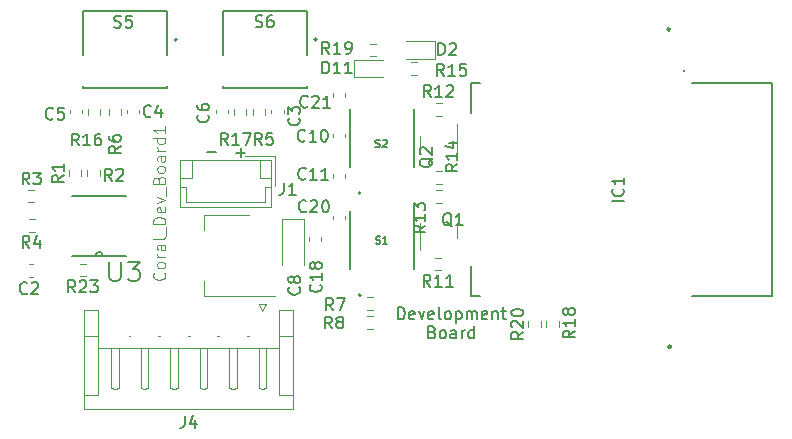
<source format=gbr>
%TF.GenerationSoftware,KiCad,Pcbnew,7.0.6*%
%TF.CreationDate,2023-10-11T20:15:21+08:00*%
%TF.ProjectId,PCB_ESP32WROOM32E_RPI_Zero_Form_Hackster,5043425f-4553-4503-9332-57524f4f4d33,rev?*%
%TF.SameCoordinates,Original*%
%TF.FileFunction,Legend,Top*%
%TF.FilePolarity,Positive*%
%FSLAX46Y46*%
G04 Gerber Fmt 4.6, Leading zero omitted, Abs format (unit mm)*
G04 Created by KiCad (PCBNEW 7.0.6) date 2023-10-11 20:15:21*
%MOMM*%
%LPD*%
G01*
G04 APERTURE LIST*
%ADD10C,0.150000*%
%ADD11C,0.100000*%
%ADD12C,0.254000*%
%ADD13C,0.120000*%
%ADD14C,0.127000*%
%ADD15C,0.200000*%
%ADD16C,0.152400*%
G04 APERTURE END LIST*
D10*
X103179999Y-107079819D02*
X103179999Y-106079819D01*
X103179999Y-106079819D02*
X103418094Y-106079819D01*
X103418094Y-106079819D02*
X103560951Y-106127438D01*
X103560951Y-106127438D02*
X103656189Y-106222676D01*
X103656189Y-106222676D02*
X103703808Y-106317914D01*
X103703808Y-106317914D02*
X103751427Y-106508390D01*
X103751427Y-106508390D02*
X103751427Y-106651247D01*
X103751427Y-106651247D02*
X103703808Y-106841723D01*
X103703808Y-106841723D02*
X103656189Y-106936961D01*
X103656189Y-106936961D02*
X103560951Y-107032200D01*
X103560951Y-107032200D02*
X103418094Y-107079819D01*
X103418094Y-107079819D02*
X103179999Y-107079819D01*
X104560951Y-107032200D02*
X104465713Y-107079819D01*
X104465713Y-107079819D02*
X104275237Y-107079819D01*
X104275237Y-107079819D02*
X104179999Y-107032200D01*
X104179999Y-107032200D02*
X104132380Y-106936961D01*
X104132380Y-106936961D02*
X104132380Y-106556009D01*
X104132380Y-106556009D02*
X104179999Y-106460771D01*
X104179999Y-106460771D02*
X104275237Y-106413152D01*
X104275237Y-106413152D02*
X104465713Y-106413152D01*
X104465713Y-106413152D02*
X104560951Y-106460771D01*
X104560951Y-106460771D02*
X104608570Y-106556009D01*
X104608570Y-106556009D02*
X104608570Y-106651247D01*
X104608570Y-106651247D02*
X104132380Y-106746485D01*
X104941904Y-106413152D02*
X105179999Y-107079819D01*
X105179999Y-107079819D02*
X105418094Y-106413152D01*
X106179999Y-107032200D02*
X106084761Y-107079819D01*
X106084761Y-107079819D02*
X105894285Y-107079819D01*
X105894285Y-107079819D02*
X105799047Y-107032200D01*
X105799047Y-107032200D02*
X105751428Y-106936961D01*
X105751428Y-106936961D02*
X105751428Y-106556009D01*
X105751428Y-106556009D02*
X105799047Y-106460771D01*
X105799047Y-106460771D02*
X105894285Y-106413152D01*
X105894285Y-106413152D02*
X106084761Y-106413152D01*
X106084761Y-106413152D02*
X106179999Y-106460771D01*
X106179999Y-106460771D02*
X106227618Y-106556009D01*
X106227618Y-106556009D02*
X106227618Y-106651247D01*
X106227618Y-106651247D02*
X105751428Y-106746485D01*
X106799047Y-107079819D02*
X106703809Y-107032200D01*
X106703809Y-107032200D02*
X106656190Y-106936961D01*
X106656190Y-106936961D02*
X106656190Y-106079819D01*
X107322857Y-107079819D02*
X107227619Y-107032200D01*
X107227619Y-107032200D02*
X107180000Y-106984580D01*
X107180000Y-106984580D02*
X107132381Y-106889342D01*
X107132381Y-106889342D02*
X107132381Y-106603628D01*
X107132381Y-106603628D02*
X107180000Y-106508390D01*
X107180000Y-106508390D02*
X107227619Y-106460771D01*
X107227619Y-106460771D02*
X107322857Y-106413152D01*
X107322857Y-106413152D02*
X107465714Y-106413152D01*
X107465714Y-106413152D02*
X107560952Y-106460771D01*
X107560952Y-106460771D02*
X107608571Y-106508390D01*
X107608571Y-106508390D02*
X107656190Y-106603628D01*
X107656190Y-106603628D02*
X107656190Y-106889342D01*
X107656190Y-106889342D02*
X107608571Y-106984580D01*
X107608571Y-106984580D02*
X107560952Y-107032200D01*
X107560952Y-107032200D02*
X107465714Y-107079819D01*
X107465714Y-107079819D02*
X107322857Y-107079819D01*
X108084762Y-106413152D02*
X108084762Y-107413152D01*
X108084762Y-106460771D02*
X108180000Y-106413152D01*
X108180000Y-106413152D02*
X108370476Y-106413152D01*
X108370476Y-106413152D02*
X108465714Y-106460771D01*
X108465714Y-106460771D02*
X108513333Y-106508390D01*
X108513333Y-106508390D02*
X108560952Y-106603628D01*
X108560952Y-106603628D02*
X108560952Y-106889342D01*
X108560952Y-106889342D02*
X108513333Y-106984580D01*
X108513333Y-106984580D02*
X108465714Y-107032200D01*
X108465714Y-107032200D02*
X108370476Y-107079819D01*
X108370476Y-107079819D02*
X108180000Y-107079819D01*
X108180000Y-107079819D02*
X108084762Y-107032200D01*
X108989524Y-107079819D02*
X108989524Y-106413152D01*
X108989524Y-106508390D02*
X109037143Y-106460771D01*
X109037143Y-106460771D02*
X109132381Y-106413152D01*
X109132381Y-106413152D02*
X109275238Y-106413152D01*
X109275238Y-106413152D02*
X109370476Y-106460771D01*
X109370476Y-106460771D02*
X109418095Y-106556009D01*
X109418095Y-106556009D02*
X109418095Y-107079819D01*
X109418095Y-106556009D02*
X109465714Y-106460771D01*
X109465714Y-106460771D02*
X109560952Y-106413152D01*
X109560952Y-106413152D02*
X109703809Y-106413152D01*
X109703809Y-106413152D02*
X109799048Y-106460771D01*
X109799048Y-106460771D02*
X109846667Y-106556009D01*
X109846667Y-106556009D02*
X109846667Y-107079819D01*
X110703809Y-107032200D02*
X110608571Y-107079819D01*
X110608571Y-107079819D02*
X110418095Y-107079819D01*
X110418095Y-107079819D02*
X110322857Y-107032200D01*
X110322857Y-107032200D02*
X110275238Y-106936961D01*
X110275238Y-106936961D02*
X110275238Y-106556009D01*
X110275238Y-106556009D02*
X110322857Y-106460771D01*
X110322857Y-106460771D02*
X110418095Y-106413152D01*
X110418095Y-106413152D02*
X110608571Y-106413152D01*
X110608571Y-106413152D02*
X110703809Y-106460771D01*
X110703809Y-106460771D02*
X110751428Y-106556009D01*
X110751428Y-106556009D02*
X110751428Y-106651247D01*
X110751428Y-106651247D02*
X110275238Y-106746485D01*
X111180000Y-106413152D02*
X111180000Y-107079819D01*
X111180000Y-106508390D02*
X111227619Y-106460771D01*
X111227619Y-106460771D02*
X111322857Y-106413152D01*
X111322857Y-106413152D02*
X111465714Y-106413152D01*
X111465714Y-106413152D02*
X111560952Y-106460771D01*
X111560952Y-106460771D02*
X111608571Y-106556009D01*
X111608571Y-106556009D02*
X111608571Y-107079819D01*
X111941905Y-106413152D02*
X112322857Y-106413152D01*
X112084762Y-106079819D02*
X112084762Y-106936961D01*
X112084762Y-106936961D02*
X112132381Y-107032200D01*
X112132381Y-107032200D02*
X112227619Y-107079819D01*
X112227619Y-107079819D02*
X112322857Y-107079819D01*
X106084761Y-108166009D02*
X106227618Y-108213628D01*
X106227618Y-108213628D02*
X106275237Y-108261247D01*
X106275237Y-108261247D02*
X106322856Y-108356485D01*
X106322856Y-108356485D02*
X106322856Y-108499342D01*
X106322856Y-108499342D02*
X106275237Y-108594580D01*
X106275237Y-108594580D02*
X106227618Y-108642200D01*
X106227618Y-108642200D02*
X106132380Y-108689819D01*
X106132380Y-108689819D02*
X105751428Y-108689819D01*
X105751428Y-108689819D02*
X105751428Y-107689819D01*
X105751428Y-107689819D02*
X106084761Y-107689819D01*
X106084761Y-107689819D02*
X106179999Y-107737438D01*
X106179999Y-107737438D02*
X106227618Y-107785057D01*
X106227618Y-107785057D02*
X106275237Y-107880295D01*
X106275237Y-107880295D02*
X106275237Y-107975533D01*
X106275237Y-107975533D02*
X106227618Y-108070771D01*
X106227618Y-108070771D02*
X106179999Y-108118390D01*
X106179999Y-108118390D02*
X106084761Y-108166009D01*
X106084761Y-108166009D02*
X105751428Y-108166009D01*
X106894285Y-108689819D02*
X106799047Y-108642200D01*
X106799047Y-108642200D02*
X106751428Y-108594580D01*
X106751428Y-108594580D02*
X106703809Y-108499342D01*
X106703809Y-108499342D02*
X106703809Y-108213628D01*
X106703809Y-108213628D02*
X106751428Y-108118390D01*
X106751428Y-108118390D02*
X106799047Y-108070771D01*
X106799047Y-108070771D02*
X106894285Y-108023152D01*
X106894285Y-108023152D02*
X107037142Y-108023152D01*
X107037142Y-108023152D02*
X107132380Y-108070771D01*
X107132380Y-108070771D02*
X107179999Y-108118390D01*
X107179999Y-108118390D02*
X107227618Y-108213628D01*
X107227618Y-108213628D02*
X107227618Y-108499342D01*
X107227618Y-108499342D02*
X107179999Y-108594580D01*
X107179999Y-108594580D02*
X107132380Y-108642200D01*
X107132380Y-108642200D02*
X107037142Y-108689819D01*
X107037142Y-108689819D02*
X106894285Y-108689819D01*
X108084761Y-108689819D02*
X108084761Y-108166009D01*
X108084761Y-108166009D02*
X108037142Y-108070771D01*
X108037142Y-108070771D02*
X107941904Y-108023152D01*
X107941904Y-108023152D02*
X107751428Y-108023152D01*
X107751428Y-108023152D02*
X107656190Y-108070771D01*
X108084761Y-108642200D02*
X107989523Y-108689819D01*
X107989523Y-108689819D02*
X107751428Y-108689819D01*
X107751428Y-108689819D02*
X107656190Y-108642200D01*
X107656190Y-108642200D02*
X107608571Y-108546961D01*
X107608571Y-108546961D02*
X107608571Y-108451723D01*
X107608571Y-108451723D02*
X107656190Y-108356485D01*
X107656190Y-108356485D02*
X107751428Y-108308866D01*
X107751428Y-108308866D02*
X107989523Y-108308866D01*
X107989523Y-108308866D02*
X108084761Y-108261247D01*
X108560952Y-108689819D02*
X108560952Y-108023152D01*
X108560952Y-108213628D02*
X108608571Y-108118390D01*
X108608571Y-108118390D02*
X108656190Y-108070771D01*
X108656190Y-108070771D02*
X108751428Y-108023152D01*
X108751428Y-108023152D02*
X108846666Y-108023152D01*
X109608571Y-108689819D02*
X109608571Y-107689819D01*
X109608571Y-108642200D02*
X109513333Y-108689819D01*
X109513333Y-108689819D02*
X109322857Y-108689819D01*
X109322857Y-108689819D02*
X109227619Y-108642200D01*
X109227619Y-108642200D02*
X109180000Y-108594580D01*
X109180000Y-108594580D02*
X109132381Y-108499342D01*
X109132381Y-108499342D02*
X109132381Y-108213628D01*
X109132381Y-108213628D02*
X109180000Y-108118390D01*
X109180000Y-108118390D02*
X109227619Y-108070771D01*
X109227619Y-108070771D02*
X109322857Y-108023152D01*
X109322857Y-108023152D02*
X109513333Y-108023152D01*
X109513333Y-108023152D02*
X109608571Y-108070771D01*
X89486779Y-92988866D02*
X90248684Y-92988866D01*
X89867731Y-93369819D02*
X89867731Y-92607914D01*
X87036779Y-92938866D02*
X87798684Y-92938866D01*
X95532142Y-89059580D02*
X95484523Y-89107200D01*
X95484523Y-89107200D02*
X95341666Y-89154819D01*
X95341666Y-89154819D02*
X95246428Y-89154819D01*
X95246428Y-89154819D02*
X95103571Y-89107200D01*
X95103571Y-89107200D02*
X95008333Y-89011961D01*
X95008333Y-89011961D02*
X94960714Y-88916723D01*
X94960714Y-88916723D02*
X94913095Y-88726247D01*
X94913095Y-88726247D02*
X94913095Y-88583390D01*
X94913095Y-88583390D02*
X94960714Y-88392914D01*
X94960714Y-88392914D02*
X95008333Y-88297676D01*
X95008333Y-88297676D02*
X95103571Y-88202438D01*
X95103571Y-88202438D02*
X95246428Y-88154819D01*
X95246428Y-88154819D02*
X95341666Y-88154819D01*
X95341666Y-88154819D02*
X95484523Y-88202438D01*
X95484523Y-88202438D02*
X95532142Y-88250057D01*
X95913095Y-88250057D02*
X95960714Y-88202438D01*
X95960714Y-88202438D02*
X96055952Y-88154819D01*
X96055952Y-88154819D02*
X96294047Y-88154819D01*
X96294047Y-88154819D02*
X96389285Y-88202438D01*
X96389285Y-88202438D02*
X96436904Y-88250057D01*
X96436904Y-88250057D02*
X96484523Y-88345295D01*
X96484523Y-88345295D02*
X96484523Y-88440533D01*
X96484523Y-88440533D02*
X96436904Y-88583390D01*
X96436904Y-88583390D02*
X95865476Y-89154819D01*
X95865476Y-89154819D02*
X96484523Y-89154819D01*
X97436904Y-89154819D02*
X96865476Y-89154819D01*
X97151190Y-89154819D02*
X97151190Y-88154819D01*
X97151190Y-88154819D02*
X97055952Y-88297676D01*
X97055952Y-88297676D02*
X96960714Y-88392914D01*
X96960714Y-88392914D02*
X96865476Y-88440533D01*
X94769580Y-90036666D02*
X94817200Y-90084285D01*
X94817200Y-90084285D02*
X94864819Y-90227142D01*
X94864819Y-90227142D02*
X94864819Y-90322380D01*
X94864819Y-90322380D02*
X94817200Y-90465237D01*
X94817200Y-90465237D02*
X94721961Y-90560475D01*
X94721961Y-90560475D02*
X94626723Y-90608094D01*
X94626723Y-90608094D02*
X94436247Y-90655713D01*
X94436247Y-90655713D02*
X94293390Y-90655713D01*
X94293390Y-90655713D02*
X94102914Y-90608094D01*
X94102914Y-90608094D02*
X94007676Y-90560475D01*
X94007676Y-90560475D02*
X93912438Y-90465237D01*
X93912438Y-90465237D02*
X93864819Y-90322380D01*
X93864819Y-90322380D02*
X93864819Y-90227142D01*
X93864819Y-90227142D02*
X93912438Y-90084285D01*
X93912438Y-90084285D02*
X93960057Y-90036666D01*
X93864819Y-89703332D02*
X93864819Y-89084285D01*
X93864819Y-89084285D02*
X94245771Y-89417618D01*
X94245771Y-89417618D02*
X94245771Y-89274761D01*
X94245771Y-89274761D02*
X94293390Y-89179523D01*
X94293390Y-89179523D02*
X94341009Y-89131904D01*
X94341009Y-89131904D02*
X94436247Y-89084285D01*
X94436247Y-89084285D02*
X94674342Y-89084285D01*
X94674342Y-89084285D02*
X94769580Y-89131904D01*
X94769580Y-89131904D02*
X94817200Y-89179523D01*
X94817200Y-89179523D02*
X94864819Y-89274761D01*
X94864819Y-89274761D02*
X94864819Y-89560475D01*
X94864819Y-89560475D02*
X94817200Y-89655713D01*
X94817200Y-89655713D02*
X94769580Y-89703332D01*
X106607405Y-84694819D02*
X106607405Y-83694819D01*
X106607405Y-83694819D02*
X106845500Y-83694819D01*
X106845500Y-83694819D02*
X106988357Y-83742438D01*
X106988357Y-83742438D02*
X107083595Y-83837676D01*
X107083595Y-83837676D02*
X107131214Y-83932914D01*
X107131214Y-83932914D02*
X107178833Y-84123390D01*
X107178833Y-84123390D02*
X107178833Y-84266247D01*
X107178833Y-84266247D02*
X107131214Y-84456723D01*
X107131214Y-84456723D02*
X107083595Y-84551961D01*
X107083595Y-84551961D02*
X106988357Y-84647200D01*
X106988357Y-84647200D02*
X106845500Y-84694819D01*
X106845500Y-84694819D02*
X106607405Y-84694819D01*
X107559786Y-83790057D02*
X107607405Y-83742438D01*
X107607405Y-83742438D02*
X107702643Y-83694819D01*
X107702643Y-83694819D02*
X107940738Y-83694819D01*
X107940738Y-83694819D02*
X108035976Y-83742438D01*
X108035976Y-83742438D02*
X108083595Y-83790057D01*
X108083595Y-83790057D02*
X108131214Y-83885295D01*
X108131214Y-83885295D02*
X108131214Y-83980533D01*
X108131214Y-83980533D02*
X108083595Y-84123390D01*
X108083595Y-84123390D02*
X107512167Y-84694819D01*
X107512167Y-84694819D02*
X108131214Y-84694819D01*
X95307142Y-91934580D02*
X95259523Y-91982200D01*
X95259523Y-91982200D02*
X95116666Y-92029819D01*
X95116666Y-92029819D02*
X95021428Y-92029819D01*
X95021428Y-92029819D02*
X94878571Y-91982200D01*
X94878571Y-91982200D02*
X94783333Y-91886961D01*
X94783333Y-91886961D02*
X94735714Y-91791723D01*
X94735714Y-91791723D02*
X94688095Y-91601247D01*
X94688095Y-91601247D02*
X94688095Y-91458390D01*
X94688095Y-91458390D02*
X94735714Y-91267914D01*
X94735714Y-91267914D02*
X94783333Y-91172676D01*
X94783333Y-91172676D02*
X94878571Y-91077438D01*
X94878571Y-91077438D02*
X95021428Y-91029819D01*
X95021428Y-91029819D02*
X95116666Y-91029819D01*
X95116666Y-91029819D02*
X95259523Y-91077438D01*
X95259523Y-91077438D02*
X95307142Y-91125057D01*
X96259523Y-92029819D02*
X95688095Y-92029819D01*
X95973809Y-92029819D02*
X95973809Y-91029819D01*
X95973809Y-91029819D02*
X95878571Y-91172676D01*
X95878571Y-91172676D02*
X95783333Y-91267914D01*
X95783333Y-91267914D02*
X95688095Y-91315533D01*
X96878571Y-91029819D02*
X96973809Y-91029819D01*
X96973809Y-91029819D02*
X97069047Y-91077438D01*
X97069047Y-91077438D02*
X97116666Y-91125057D01*
X97116666Y-91125057D02*
X97164285Y-91220295D01*
X97164285Y-91220295D02*
X97211904Y-91410771D01*
X97211904Y-91410771D02*
X97211904Y-91648866D01*
X97211904Y-91648866D02*
X97164285Y-91839342D01*
X97164285Y-91839342D02*
X97116666Y-91934580D01*
X97116666Y-91934580D02*
X97069047Y-91982200D01*
X97069047Y-91982200D02*
X96973809Y-92029819D01*
X96973809Y-92029819D02*
X96878571Y-92029819D01*
X96878571Y-92029819D02*
X96783333Y-91982200D01*
X96783333Y-91982200D02*
X96735714Y-91934580D01*
X96735714Y-91934580D02*
X96688095Y-91839342D01*
X96688095Y-91839342D02*
X96640476Y-91648866D01*
X96640476Y-91648866D02*
X96640476Y-91410771D01*
X96640476Y-91410771D02*
X96688095Y-91220295D01*
X96688095Y-91220295D02*
X96735714Y-91125057D01*
X96735714Y-91125057D02*
X96783333Y-91077438D01*
X96783333Y-91077438D02*
X96878571Y-91029819D01*
X74863819Y-94890866D02*
X74387628Y-95224199D01*
X74863819Y-95462294D02*
X73863819Y-95462294D01*
X73863819Y-95462294D02*
X73863819Y-95081342D01*
X73863819Y-95081342D02*
X73911438Y-94986104D01*
X73911438Y-94986104D02*
X73959057Y-94938485D01*
X73959057Y-94938485D02*
X74054295Y-94890866D01*
X74054295Y-94890866D02*
X74197152Y-94890866D01*
X74197152Y-94890866D02*
X74292390Y-94938485D01*
X74292390Y-94938485D02*
X74340009Y-94986104D01*
X74340009Y-94986104D02*
X74387628Y-95081342D01*
X74387628Y-95081342D02*
X74387628Y-95462294D01*
X74863819Y-93938485D02*
X74863819Y-94509913D01*
X74863819Y-94224199D02*
X73863819Y-94224199D01*
X73863819Y-94224199D02*
X74006676Y-94319437D01*
X74006676Y-94319437D02*
X74101914Y-94414675D01*
X74101914Y-94414675D02*
X74149533Y-94509913D01*
X71773333Y-104849580D02*
X71725714Y-104897200D01*
X71725714Y-104897200D02*
X71582857Y-104944819D01*
X71582857Y-104944819D02*
X71487619Y-104944819D01*
X71487619Y-104944819D02*
X71344762Y-104897200D01*
X71344762Y-104897200D02*
X71249524Y-104801961D01*
X71249524Y-104801961D02*
X71201905Y-104706723D01*
X71201905Y-104706723D02*
X71154286Y-104516247D01*
X71154286Y-104516247D02*
X71154286Y-104373390D01*
X71154286Y-104373390D02*
X71201905Y-104182914D01*
X71201905Y-104182914D02*
X71249524Y-104087676D01*
X71249524Y-104087676D02*
X71344762Y-103992438D01*
X71344762Y-103992438D02*
X71487619Y-103944819D01*
X71487619Y-103944819D02*
X71582857Y-103944819D01*
X71582857Y-103944819D02*
X71725714Y-103992438D01*
X71725714Y-103992438D02*
X71773333Y-104040057D01*
X72154286Y-104040057D02*
X72201905Y-103992438D01*
X72201905Y-103992438D02*
X72297143Y-103944819D01*
X72297143Y-103944819D02*
X72535238Y-103944819D01*
X72535238Y-103944819D02*
X72630476Y-103992438D01*
X72630476Y-103992438D02*
X72678095Y-104040057D01*
X72678095Y-104040057D02*
X72725714Y-104135295D01*
X72725714Y-104135295D02*
X72725714Y-104230533D01*
X72725714Y-104230533D02*
X72678095Y-104373390D01*
X72678095Y-104373390D02*
X72106667Y-104944819D01*
X72106667Y-104944819D02*
X72725714Y-104944819D01*
X107057142Y-86454819D02*
X106723809Y-85978628D01*
X106485714Y-86454819D02*
X106485714Y-85454819D01*
X106485714Y-85454819D02*
X106866666Y-85454819D01*
X106866666Y-85454819D02*
X106961904Y-85502438D01*
X106961904Y-85502438D02*
X107009523Y-85550057D01*
X107009523Y-85550057D02*
X107057142Y-85645295D01*
X107057142Y-85645295D02*
X107057142Y-85788152D01*
X107057142Y-85788152D02*
X107009523Y-85883390D01*
X107009523Y-85883390D02*
X106961904Y-85931009D01*
X106961904Y-85931009D02*
X106866666Y-85978628D01*
X106866666Y-85978628D02*
X106485714Y-85978628D01*
X108009523Y-86454819D02*
X107438095Y-86454819D01*
X107723809Y-86454819D02*
X107723809Y-85454819D01*
X107723809Y-85454819D02*
X107628571Y-85597676D01*
X107628571Y-85597676D02*
X107533333Y-85692914D01*
X107533333Y-85692914D02*
X107438095Y-85740533D01*
X108914285Y-85454819D02*
X108438095Y-85454819D01*
X108438095Y-85454819D02*
X108390476Y-85931009D01*
X108390476Y-85931009D02*
X108438095Y-85883390D01*
X108438095Y-85883390D02*
X108533333Y-85835771D01*
X108533333Y-85835771D02*
X108771428Y-85835771D01*
X108771428Y-85835771D02*
X108866666Y-85883390D01*
X108866666Y-85883390D02*
X108914285Y-85931009D01*
X108914285Y-85931009D02*
X108961904Y-86026247D01*
X108961904Y-86026247D02*
X108961904Y-86264342D01*
X108961904Y-86264342D02*
X108914285Y-86359580D01*
X108914285Y-86359580D02*
X108866666Y-86407200D01*
X108866666Y-86407200D02*
X108771428Y-86454819D01*
X108771428Y-86454819D02*
X108533333Y-86454819D01*
X108533333Y-86454819D02*
X108438095Y-86407200D01*
X108438095Y-86407200D02*
X108390476Y-86359580D01*
X97583333Y-107854819D02*
X97250000Y-107378628D01*
X97011905Y-107854819D02*
X97011905Y-106854819D01*
X97011905Y-106854819D02*
X97392857Y-106854819D01*
X97392857Y-106854819D02*
X97488095Y-106902438D01*
X97488095Y-106902438D02*
X97535714Y-106950057D01*
X97535714Y-106950057D02*
X97583333Y-107045295D01*
X97583333Y-107045295D02*
X97583333Y-107188152D01*
X97583333Y-107188152D02*
X97535714Y-107283390D01*
X97535714Y-107283390D02*
X97488095Y-107331009D01*
X97488095Y-107331009D02*
X97392857Y-107378628D01*
X97392857Y-107378628D02*
X97011905Y-107378628D01*
X98154762Y-107283390D02*
X98059524Y-107235771D01*
X98059524Y-107235771D02*
X98011905Y-107188152D01*
X98011905Y-107188152D02*
X97964286Y-107092914D01*
X97964286Y-107092914D02*
X97964286Y-107045295D01*
X97964286Y-107045295D02*
X98011905Y-106950057D01*
X98011905Y-106950057D02*
X98059524Y-106902438D01*
X98059524Y-106902438D02*
X98154762Y-106854819D01*
X98154762Y-106854819D02*
X98345238Y-106854819D01*
X98345238Y-106854819D02*
X98440476Y-106902438D01*
X98440476Y-106902438D02*
X98488095Y-106950057D01*
X98488095Y-106950057D02*
X98535714Y-107045295D01*
X98535714Y-107045295D02*
X98535714Y-107092914D01*
X98535714Y-107092914D02*
X98488095Y-107188152D01*
X98488095Y-107188152D02*
X98440476Y-107235771D01*
X98440476Y-107235771D02*
X98345238Y-107283390D01*
X98345238Y-107283390D02*
X98154762Y-107283390D01*
X98154762Y-107283390D02*
X98059524Y-107331009D01*
X98059524Y-107331009D02*
X98011905Y-107378628D01*
X98011905Y-107378628D02*
X97964286Y-107473866D01*
X97964286Y-107473866D02*
X97964286Y-107664342D01*
X97964286Y-107664342D02*
X98011905Y-107759580D01*
X98011905Y-107759580D02*
X98059524Y-107807200D01*
X98059524Y-107807200D02*
X98154762Y-107854819D01*
X98154762Y-107854819D02*
X98345238Y-107854819D01*
X98345238Y-107854819D02*
X98440476Y-107807200D01*
X98440476Y-107807200D02*
X98488095Y-107759580D01*
X98488095Y-107759580D02*
X98535714Y-107664342D01*
X98535714Y-107664342D02*
X98535714Y-107473866D01*
X98535714Y-107473866D02*
X98488095Y-107378628D01*
X98488095Y-107378628D02*
X98440476Y-107331009D01*
X98440476Y-107331009D02*
X98345238Y-107283390D01*
X106130057Y-93435238D02*
X106082438Y-93530476D01*
X106082438Y-93530476D02*
X105987200Y-93625714D01*
X105987200Y-93625714D02*
X105844342Y-93768571D01*
X105844342Y-93768571D02*
X105796723Y-93863809D01*
X105796723Y-93863809D02*
X105796723Y-93959047D01*
X106034819Y-93911428D02*
X105987200Y-94006666D01*
X105987200Y-94006666D02*
X105891961Y-94101904D01*
X105891961Y-94101904D02*
X105701485Y-94149523D01*
X105701485Y-94149523D02*
X105368152Y-94149523D01*
X105368152Y-94149523D02*
X105177676Y-94101904D01*
X105177676Y-94101904D02*
X105082438Y-94006666D01*
X105082438Y-94006666D02*
X105034819Y-93911428D01*
X105034819Y-93911428D02*
X105034819Y-93720952D01*
X105034819Y-93720952D02*
X105082438Y-93625714D01*
X105082438Y-93625714D02*
X105177676Y-93530476D01*
X105177676Y-93530476D02*
X105368152Y-93482857D01*
X105368152Y-93482857D02*
X105701485Y-93482857D01*
X105701485Y-93482857D02*
X105891961Y-93530476D01*
X105891961Y-93530476D02*
X105987200Y-93625714D01*
X105987200Y-93625714D02*
X106034819Y-93720952D01*
X106034819Y-93720952D02*
X106034819Y-93911428D01*
X105130057Y-93101904D02*
X105082438Y-93054285D01*
X105082438Y-93054285D02*
X105034819Y-92959047D01*
X105034819Y-92959047D02*
X105034819Y-92720952D01*
X105034819Y-92720952D02*
X105082438Y-92625714D01*
X105082438Y-92625714D02*
X105130057Y-92578095D01*
X105130057Y-92578095D02*
X105225295Y-92530476D01*
X105225295Y-92530476D02*
X105320533Y-92530476D01*
X105320533Y-92530476D02*
X105463390Y-92578095D01*
X105463390Y-92578095D02*
X106034819Y-93149523D01*
X106034819Y-93149523D02*
X106034819Y-92530476D01*
X87069580Y-89776666D02*
X87117200Y-89824285D01*
X87117200Y-89824285D02*
X87164819Y-89967142D01*
X87164819Y-89967142D02*
X87164819Y-90062380D01*
X87164819Y-90062380D02*
X87117200Y-90205237D01*
X87117200Y-90205237D02*
X87021961Y-90300475D01*
X87021961Y-90300475D02*
X86926723Y-90348094D01*
X86926723Y-90348094D02*
X86736247Y-90395713D01*
X86736247Y-90395713D02*
X86593390Y-90395713D01*
X86593390Y-90395713D02*
X86402914Y-90348094D01*
X86402914Y-90348094D02*
X86307676Y-90300475D01*
X86307676Y-90300475D02*
X86212438Y-90205237D01*
X86212438Y-90205237D02*
X86164819Y-90062380D01*
X86164819Y-90062380D02*
X86164819Y-89967142D01*
X86164819Y-89967142D02*
X86212438Y-89824285D01*
X86212438Y-89824285D02*
X86260057Y-89776666D01*
X86164819Y-88919523D02*
X86164819Y-89109999D01*
X86164819Y-89109999D02*
X86212438Y-89205237D01*
X86212438Y-89205237D02*
X86260057Y-89252856D01*
X86260057Y-89252856D02*
X86402914Y-89348094D01*
X86402914Y-89348094D02*
X86593390Y-89395713D01*
X86593390Y-89395713D02*
X86974342Y-89395713D01*
X86974342Y-89395713D02*
X87069580Y-89348094D01*
X87069580Y-89348094D02*
X87117200Y-89300475D01*
X87117200Y-89300475D02*
X87164819Y-89205237D01*
X87164819Y-89205237D02*
X87164819Y-89014761D01*
X87164819Y-89014761D02*
X87117200Y-88919523D01*
X87117200Y-88919523D02*
X87069580Y-88871904D01*
X87069580Y-88871904D02*
X86974342Y-88824285D01*
X86974342Y-88824285D02*
X86736247Y-88824285D01*
X86736247Y-88824285D02*
X86641009Y-88871904D01*
X86641009Y-88871904D02*
X86593390Y-88919523D01*
X86593390Y-88919523D02*
X86545771Y-89014761D01*
X86545771Y-89014761D02*
X86545771Y-89205237D01*
X86545771Y-89205237D02*
X86593390Y-89300475D01*
X86593390Y-89300475D02*
X86641009Y-89348094D01*
X86641009Y-89348094D02*
X86736247Y-89395713D01*
X71972333Y-95659019D02*
X71639000Y-95182828D01*
X71400905Y-95659019D02*
X71400905Y-94659019D01*
X71400905Y-94659019D02*
X71781857Y-94659019D01*
X71781857Y-94659019D02*
X71877095Y-94706638D01*
X71877095Y-94706638D02*
X71924714Y-94754257D01*
X71924714Y-94754257D02*
X71972333Y-94849495D01*
X71972333Y-94849495D02*
X71972333Y-94992352D01*
X71972333Y-94992352D02*
X71924714Y-95087590D01*
X71924714Y-95087590D02*
X71877095Y-95135209D01*
X71877095Y-95135209D02*
X71781857Y-95182828D01*
X71781857Y-95182828D02*
X71400905Y-95182828D01*
X72305667Y-94659019D02*
X72924714Y-94659019D01*
X72924714Y-94659019D02*
X72591381Y-95039971D01*
X72591381Y-95039971D02*
X72734238Y-95039971D01*
X72734238Y-95039971D02*
X72829476Y-95087590D01*
X72829476Y-95087590D02*
X72877095Y-95135209D01*
X72877095Y-95135209D02*
X72924714Y-95230447D01*
X72924714Y-95230447D02*
X72924714Y-95468542D01*
X72924714Y-95468542D02*
X72877095Y-95563780D01*
X72877095Y-95563780D02*
X72829476Y-95611400D01*
X72829476Y-95611400D02*
X72734238Y-95659019D01*
X72734238Y-95659019D02*
X72448524Y-95659019D01*
X72448524Y-95659019D02*
X72353286Y-95611400D01*
X72353286Y-95611400D02*
X72305667Y-95563780D01*
X105957142Y-88254819D02*
X105623809Y-87778628D01*
X105385714Y-88254819D02*
X105385714Y-87254819D01*
X105385714Y-87254819D02*
X105766666Y-87254819D01*
X105766666Y-87254819D02*
X105861904Y-87302438D01*
X105861904Y-87302438D02*
X105909523Y-87350057D01*
X105909523Y-87350057D02*
X105957142Y-87445295D01*
X105957142Y-87445295D02*
X105957142Y-87588152D01*
X105957142Y-87588152D02*
X105909523Y-87683390D01*
X105909523Y-87683390D02*
X105861904Y-87731009D01*
X105861904Y-87731009D02*
X105766666Y-87778628D01*
X105766666Y-87778628D02*
X105385714Y-87778628D01*
X106909523Y-88254819D02*
X106338095Y-88254819D01*
X106623809Y-88254819D02*
X106623809Y-87254819D01*
X106623809Y-87254819D02*
X106528571Y-87397676D01*
X106528571Y-87397676D02*
X106433333Y-87492914D01*
X106433333Y-87492914D02*
X106338095Y-87540533D01*
X107290476Y-87350057D02*
X107338095Y-87302438D01*
X107338095Y-87302438D02*
X107433333Y-87254819D01*
X107433333Y-87254819D02*
X107671428Y-87254819D01*
X107671428Y-87254819D02*
X107766666Y-87302438D01*
X107766666Y-87302438D02*
X107814285Y-87350057D01*
X107814285Y-87350057D02*
X107861904Y-87445295D01*
X107861904Y-87445295D02*
X107861904Y-87540533D01*
X107861904Y-87540533D02*
X107814285Y-87683390D01*
X107814285Y-87683390D02*
X107242857Y-88254819D01*
X107242857Y-88254819D02*
X107861904Y-88254819D01*
X71973333Y-101014819D02*
X71640000Y-100538628D01*
X71401905Y-101014819D02*
X71401905Y-100014819D01*
X71401905Y-100014819D02*
X71782857Y-100014819D01*
X71782857Y-100014819D02*
X71878095Y-100062438D01*
X71878095Y-100062438D02*
X71925714Y-100110057D01*
X71925714Y-100110057D02*
X71973333Y-100205295D01*
X71973333Y-100205295D02*
X71973333Y-100348152D01*
X71973333Y-100348152D02*
X71925714Y-100443390D01*
X71925714Y-100443390D02*
X71878095Y-100491009D01*
X71878095Y-100491009D02*
X71782857Y-100538628D01*
X71782857Y-100538628D02*
X71401905Y-100538628D01*
X72830476Y-100348152D02*
X72830476Y-101014819D01*
X72592381Y-99967200D02*
X72354286Y-100681485D01*
X72354286Y-100681485D02*
X72973333Y-100681485D01*
X95407142Y-97909580D02*
X95359523Y-97957200D01*
X95359523Y-97957200D02*
X95216666Y-98004819D01*
X95216666Y-98004819D02*
X95121428Y-98004819D01*
X95121428Y-98004819D02*
X94978571Y-97957200D01*
X94978571Y-97957200D02*
X94883333Y-97861961D01*
X94883333Y-97861961D02*
X94835714Y-97766723D01*
X94835714Y-97766723D02*
X94788095Y-97576247D01*
X94788095Y-97576247D02*
X94788095Y-97433390D01*
X94788095Y-97433390D02*
X94835714Y-97242914D01*
X94835714Y-97242914D02*
X94883333Y-97147676D01*
X94883333Y-97147676D02*
X94978571Y-97052438D01*
X94978571Y-97052438D02*
X95121428Y-97004819D01*
X95121428Y-97004819D02*
X95216666Y-97004819D01*
X95216666Y-97004819D02*
X95359523Y-97052438D01*
X95359523Y-97052438D02*
X95407142Y-97100057D01*
X95788095Y-97100057D02*
X95835714Y-97052438D01*
X95835714Y-97052438D02*
X95930952Y-97004819D01*
X95930952Y-97004819D02*
X96169047Y-97004819D01*
X96169047Y-97004819D02*
X96264285Y-97052438D01*
X96264285Y-97052438D02*
X96311904Y-97100057D01*
X96311904Y-97100057D02*
X96359523Y-97195295D01*
X96359523Y-97195295D02*
X96359523Y-97290533D01*
X96359523Y-97290533D02*
X96311904Y-97433390D01*
X96311904Y-97433390D02*
X95740476Y-98004819D01*
X95740476Y-98004819D02*
X96359523Y-98004819D01*
X96978571Y-97004819D02*
X97073809Y-97004819D01*
X97073809Y-97004819D02*
X97169047Y-97052438D01*
X97169047Y-97052438D02*
X97216666Y-97100057D01*
X97216666Y-97100057D02*
X97264285Y-97195295D01*
X97264285Y-97195295D02*
X97311904Y-97385771D01*
X97311904Y-97385771D02*
X97311904Y-97623866D01*
X97311904Y-97623866D02*
X97264285Y-97814342D01*
X97264285Y-97814342D02*
X97216666Y-97909580D01*
X97216666Y-97909580D02*
X97169047Y-97957200D01*
X97169047Y-97957200D02*
X97073809Y-98004819D01*
X97073809Y-98004819D02*
X96978571Y-98004819D01*
X96978571Y-98004819D02*
X96883333Y-97957200D01*
X96883333Y-97957200D02*
X96835714Y-97909580D01*
X96835714Y-97909580D02*
X96788095Y-97814342D01*
X96788095Y-97814342D02*
X96740476Y-97623866D01*
X96740476Y-97623866D02*
X96740476Y-97385771D01*
X96740476Y-97385771D02*
X96788095Y-97195295D01*
X96788095Y-97195295D02*
X96835714Y-97100057D01*
X96835714Y-97100057D02*
X96883333Y-97052438D01*
X96883333Y-97052438D02*
X96978571Y-97004819D01*
X78962333Y-95349019D02*
X78629000Y-94872828D01*
X78390905Y-95349019D02*
X78390905Y-94349019D01*
X78390905Y-94349019D02*
X78771857Y-94349019D01*
X78771857Y-94349019D02*
X78867095Y-94396638D01*
X78867095Y-94396638D02*
X78914714Y-94444257D01*
X78914714Y-94444257D02*
X78962333Y-94539495D01*
X78962333Y-94539495D02*
X78962333Y-94682352D01*
X78962333Y-94682352D02*
X78914714Y-94777590D01*
X78914714Y-94777590D02*
X78867095Y-94825209D01*
X78867095Y-94825209D02*
X78771857Y-94872828D01*
X78771857Y-94872828D02*
X78390905Y-94872828D01*
X79343286Y-94444257D02*
X79390905Y-94396638D01*
X79390905Y-94396638D02*
X79486143Y-94349019D01*
X79486143Y-94349019D02*
X79724238Y-94349019D01*
X79724238Y-94349019D02*
X79819476Y-94396638D01*
X79819476Y-94396638D02*
X79867095Y-94444257D01*
X79867095Y-94444257D02*
X79914714Y-94539495D01*
X79914714Y-94539495D02*
X79914714Y-94634733D01*
X79914714Y-94634733D02*
X79867095Y-94777590D01*
X79867095Y-94777590D02*
X79295667Y-95349019D01*
X79295667Y-95349019D02*
X79914714Y-95349019D01*
X105925142Y-104304819D02*
X105591809Y-103828628D01*
X105353714Y-104304819D02*
X105353714Y-103304819D01*
X105353714Y-103304819D02*
X105734666Y-103304819D01*
X105734666Y-103304819D02*
X105829904Y-103352438D01*
X105829904Y-103352438D02*
X105877523Y-103400057D01*
X105877523Y-103400057D02*
X105925142Y-103495295D01*
X105925142Y-103495295D02*
X105925142Y-103638152D01*
X105925142Y-103638152D02*
X105877523Y-103733390D01*
X105877523Y-103733390D02*
X105829904Y-103781009D01*
X105829904Y-103781009D02*
X105734666Y-103828628D01*
X105734666Y-103828628D02*
X105353714Y-103828628D01*
X106877523Y-104304819D02*
X106306095Y-104304819D01*
X106591809Y-104304819D02*
X106591809Y-103304819D01*
X106591809Y-103304819D02*
X106496571Y-103447676D01*
X106496571Y-103447676D02*
X106401333Y-103542914D01*
X106401333Y-103542914D02*
X106306095Y-103590533D01*
X107829904Y-104304819D02*
X107258476Y-104304819D01*
X107544190Y-104304819D02*
X107544190Y-103304819D01*
X107544190Y-103304819D02*
X107448952Y-103447676D01*
X107448952Y-103447676D02*
X107353714Y-103542914D01*
X107353714Y-103542914D02*
X107258476Y-103590533D01*
X95357142Y-95159580D02*
X95309523Y-95207200D01*
X95309523Y-95207200D02*
X95166666Y-95254819D01*
X95166666Y-95254819D02*
X95071428Y-95254819D01*
X95071428Y-95254819D02*
X94928571Y-95207200D01*
X94928571Y-95207200D02*
X94833333Y-95111961D01*
X94833333Y-95111961D02*
X94785714Y-95016723D01*
X94785714Y-95016723D02*
X94738095Y-94826247D01*
X94738095Y-94826247D02*
X94738095Y-94683390D01*
X94738095Y-94683390D02*
X94785714Y-94492914D01*
X94785714Y-94492914D02*
X94833333Y-94397676D01*
X94833333Y-94397676D02*
X94928571Y-94302438D01*
X94928571Y-94302438D02*
X95071428Y-94254819D01*
X95071428Y-94254819D02*
X95166666Y-94254819D01*
X95166666Y-94254819D02*
X95309523Y-94302438D01*
X95309523Y-94302438D02*
X95357142Y-94350057D01*
X96309523Y-95254819D02*
X95738095Y-95254819D01*
X96023809Y-95254819D02*
X96023809Y-94254819D01*
X96023809Y-94254819D02*
X95928571Y-94397676D01*
X95928571Y-94397676D02*
X95833333Y-94492914D01*
X95833333Y-94492914D02*
X95738095Y-94540533D01*
X97261904Y-95254819D02*
X96690476Y-95254819D01*
X96976190Y-95254819D02*
X96976190Y-94254819D01*
X96976190Y-94254819D02*
X96880952Y-94397676D01*
X96880952Y-94397676D02*
X96785714Y-94492914D01*
X96785714Y-94492914D02*
X96690476Y-94540533D01*
X97357142Y-84604819D02*
X97023809Y-84128628D01*
X96785714Y-84604819D02*
X96785714Y-83604819D01*
X96785714Y-83604819D02*
X97166666Y-83604819D01*
X97166666Y-83604819D02*
X97261904Y-83652438D01*
X97261904Y-83652438D02*
X97309523Y-83700057D01*
X97309523Y-83700057D02*
X97357142Y-83795295D01*
X97357142Y-83795295D02*
X97357142Y-83938152D01*
X97357142Y-83938152D02*
X97309523Y-84033390D01*
X97309523Y-84033390D02*
X97261904Y-84081009D01*
X97261904Y-84081009D02*
X97166666Y-84128628D01*
X97166666Y-84128628D02*
X96785714Y-84128628D01*
X98309523Y-84604819D02*
X97738095Y-84604819D01*
X98023809Y-84604819D02*
X98023809Y-83604819D01*
X98023809Y-83604819D02*
X97928571Y-83747676D01*
X97928571Y-83747676D02*
X97833333Y-83842914D01*
X97833333Y-83842914D02*
X97738095Y-83890533D01*
X98785714Y-84604819D02*
X98976190Y-84604819D01*
X98976190Y-84604819D02*
X99071428Y-84557200D01*
X99071428Y-84557200D02*
X99119047Y-84509580D01*
X99119047Y-84509580D02*
X99214285Y-84366723D01*
X99214285Y-84366723D02*
X99261904Y-84176247D01*
X99261904Y-84176247D02*
X99261904Y-83795295D01*
X99261904Y-83795295D02*
X99214285Y-83700057D01*
X99214285Y-83700057D02*
X99166666Y-83652438D01*
X99166666Y-83652438D02*
X99071428Y-83604819D01*
X99071428Y-83604819D02*
X98880952Y-83604819D01*
X98880952Y-83604819D02*
X98785714Y-83652438D01*
X98785714Y-83652438D02*
X98738095Y-83700057D01*
X98738095Y-83700057D02*
X98690476Y-83795295D01*
X98690476Y-83795295D02*
X98690476Y-84033390D01*
X98690476Y-84033390D02*
X98738095Y-84128628D01*
X98738095Y-84128628D02*
X98785714Y-84176247D01*
X98785714Y-84176247D02*
X98880952Y-84223866D01*
X98880952Y-84223866D02*
X99071428Y-84223866D01*
X99071428Y-84223866D02*
X99166666Y-84176247D01*
X99166666Y-84176247D02*
X99214285Y-84128628D01*
X99214285Y-84128628D02*
X99261904Y-84033390D01*
X101262380Y-92482800D02*
X101353809Y-92513276D01*
X101353809Y-92513276D02*
X101506190Y-92513276D01*
X101506190Y-92513276D02*
X101567142Y-92482800D01*
X101567142Y-92482800D02*
X101597618Y-92452323D01*
X101597618Y-92452323D02*
X101628095Y-92391371D01*
X101628095Y-92391371D02*
X101628095Y-92330419D01*
X101628095Y-92330419D02*
X101597618Y-92269466D01*
X101597618Y-92269466D02*
X101567142Y-92238990D01*
X101567142Y-92238990D02*
X101506190Y-92208514D01*
X101506190Y-92208514D02*
X101384285Y-92178038D01*
X101384285Y-92178038D02*
X101323333Y-92147561D01*
X101323333Y-92147561D02*
X101292856Y-92117085D01*
X101292856Y-92117085D02*
X101262380Y-92056133D01*
X101262380Y-92056133D02*
X101262380Y-91995180D01*
X101262380Y-91995180D02*
X101292856Y-91934228D01*
X101292856Y-91934228D02*
X101323333Y-91903752D01*
X101323333Y-91903752D02*
X101384285Y-91873276D01*
X101384285Y-91873276D02*
X101536666Y-91873276D01*
X101536666Y-91873276D02*
X101628095Y-91903752D01*
X101871904Y-91934228D02*
X101902380Y-91903752D01*
X101902380Y-91903752D02*
X101963333Y-91873276D01*
X101963333Y-91873276D02*
X102115714Y-91873276D01*
X102115714Y-91873276D02*
X102176666Y-91903752D01*
X102176666Y-91903752D02*
X102207142Y-91934228D01*
X102207142Y-91934228D02*
X102237619Y-91995180D01*
X102237619Y-91995180D02*
X102237619Y-92056133D01*
X102237619Y-92056133D02*
X102207142Y-92147561D01*
X102207142Y-92147561D02*
X101841428Y-92513276D01*
X101841428Y-92513276D02*
X102237619Y-92513276D01*
X108204819Y-93942857D02*
X107728628Y-94276190D01*
X108204819Y-94514285D02*
X107204819Y-94514285D01*
X107204819Y-94514285D02*
X107204819Y-94133333D01*
X107204819Y-94133333D02*
X107252438Y-94038095D01*
X107252438Y-94038095D02*
X107300057Y-93990476D01*
X107300057Y-93990476D02*
X107395295Y-93942857D01*
X107395295Y-93942857D02*
X107538152Y-93942857D01*
X107538152Y-93942857D02*
X107633390Y-93990476D01*
X107633390Y-93990476D02*
X107681009Y-94038095D01*
X107681009Y-94038095D02*
X107728628Y-94133333D01*
X107728628Y-94133333D02*
X107728628Y-94514285D01*
X108204819Y-92990476D02*
X108204819Y-93561904D01*
X108204819Y-93276190D02*
X107204819Y-93276190D01*
X107204819Y-93276190D02*
X107347676Y-93371428D01*
X107347676Y-93371428D02*
X107442914Y-93466666D01*
X107442914Y-93466666D02*
X107490533Y-93561904D01*
X107538152Y-92133333D02*
X108204819Y-92133333D01*
X107157200Y-92371428D02*
X107871485Y-92609523D01*
X107871485Y-92609523D02*
X107871485Y-91990476D01*
X122304819Y-97076189D02*
X121304819Y-97076189D01*
X122209580Y-96028571D02*
X122257200Y-96076190D01*
X122257200Y-96076190D02*
X122304819Y-96219047D01*
X122304819Y-96219047D02*
X122304819Y-96314285D01*
X122304819Y-96314285D02*
X122257200Y-96457142D01*
X122257200Y-96457142D02*
X122161961Y-96552380D01*
X122161961Y-96552380D02*
X122066723Y-96599999D01*
X122066723Y-96599999D02*
X121876247Y-96647618D01*
X121876247Y-96647618D02*
X121733390Y-96647618D01*
X121733390Y-96647618D02*
X121542914Y-96599999D01*
X121542914Y-96599999D02*
X121447676Y-96552380D01*
X121447676Y-96552380D02*
X121352438Y-96457142D01*
X121352438Y-96457142D02*
X121304819Y-96314285D01*
X121304819Y-96314285D02*
X121304819Y-96219047D01*
X121304819Y-96219047D02*
X121352438Y-96076190D01*
X121352438Y-96076190D02*
X121400057Y-96028571D01*
X122304819Y-95076190D02*
X122304819Y-95647618D01*
X122304819Y-95361904D02*
X121304819Y-95361904D01*
X121304819Y-95361904D02*
X121447676Y-95457142D01*
X121447676Y-95457142D02*
X121542914Y-95552380D01*
X121542914Y-95552380D02*
X121590533Y-95647618D01*
X78747812Y-102209016D02*
X78747812Y-103539465D01*
X78747812Y-103539465D02*
X78826074Y-103695989D01*
X78826074Y-103695989D02*
X78904336Y-103774251D01*
X78904336Y-103774251D02*
X79060859Y-103852512D01*
X79060859Y-103852512D02*
X79373906Y-103852512D01*
X79373906Y-103852512D02*
X79530429Y-103774251D01*
X79530429Y-103774251D02*
X79608691Y-103695989D01*
X79608691Y-103695989D02*
X79686953Y-103539465D01*
X79686953Y-103539465D02*
X79686953Y-102209016D01*
X80313047Y-102209016D02*
X81330449Y-102209016D01*
X81330449Y-102209016D02*
X80782617Y-102835110D01*
X80782617Y-102835110D02*
X81017402Y-102835110D01*
X81017402Y-102835110D02*
X81173926Y-102913372D01*
X81173926Y-102913372D02*
X81252187Y-102991633D01*
X81252187Y-102991633D02*
X81330449Y-103148157D01*
X81330449Y-103148157D02*
X81330449Y-103539465D01*
X81330449Y-103539465D02*
X81252187Y-103695989D01*
X81252187Y-103695989D02*
X81173926Y-103774251D01*
X81173926Y-103774251D02*
X81017402Y-103852512D01*
X81017402Y-103852512D02*
X80547832Y-103852512D01*
X80547832Y-103852512D02*
X80391308Y-103774251D01*
X80391308Y-103774251D02*
X80313047Y-103695989D01*
X118154819Y-108042857D02*
X117678628Y-108376190D01*
X118154819Y-108614285D02*
X117154819Y-108614285D01*
X117154819Y-108614285D02*
X117154819Y-108233333D01*
X117154819Y-108233333D02*
X117202438Y-108138095D01*
X117202438Y-108138095D02*
X117250057Y-108090476D01*
X117250057Y-108090476D02*
X117345295Y-108042857D01*
X117345295Y-108042857D02*
X117488152Y-108042857D01*
X117488152Y-108042857D02*
X117583390Y-108090476D01*
X117583390Y-108090476D02*
X117631009Y-108138095D01*
X117631009Y-108138095D02*
X117678628Y-108233333D01*
X117678628Y-108233333D02*
X117678628Y-108614285D01*
X118154819Y-107090476D02*
X118154819Y-107661904D01*
X118154819Y-107376190D02*
X117154819Y-107376190D01*
X117154819Y-107376190D02*
X117297676Y-107471428D01*
X117297676Y-107471428D02*
X117392914Y-107566666D01*
X117392914Y-107566666D02*
X117440533Y-107661904D01*
X117583390Y-106519047D02*
X117535771Y-106614285D01*
X117535771Y-106614285D02*
X117488152Y-106661904D01*
X117488152Y-106661904D02*
X117392914Y-106709523D01*
X117392914Y-106709523D02*
X117345295Y-106709523D01*
X117345295Y-106709523D02*
X117250057Y-106661904D01*
X117250057Y-106661904D02*
X117202438Y-106614285D01*
X117202438Y-106614285D02*
X117154819Y-106519047D01*
X117154819Y-106519047D02*
X117154819Y-106328571D01*
X117154819Y-106328571D02*
X117202438Y-106233333D01*
X117202438Y-106233333D02*
X117250057Y-106185714D01*
X117250057Y-106185714D02*
X117345295Y-106138095D01*
X117345295Y-106138095D02*
X117392914Y-106138095D01*
X117392914Y-106138095D02*
X117488152Y-106185714D01*
X117488152Y-106185714D02*
X117535771Y-106233333D01*
X117535771Y-106233333D02*
X117583390Y-106328571D01*
X117583390Y-106328571D02*
X117583390Y-106519047D01*
X117583390Y-106519047D02*
X117631009Y-106614285D01*
X117631009Y-106614285D02*
X117678628Y-106661904D01*
X117678628Y-106661904D02*
X117773866Y-106709523D01*
X117773866Y-106709523D02*
X117964342Y-106709523D01*
X117964342Y-106709523D02*
X118059580Y-106661904D01*
X118059580Y-106661904D02*
X118107200Y-106614285D01*
X118107200Y-106614285D02*
X118154819Y-106519047D01*
X118154819Y-106519047D02*
X118154819Y-106328571D01*
X118154819Y-106328571D02*
X118107200Y-106233333D01*
X118107200Y-106233333D02*
X118059580Y-106185714D01*
X118059580Y-106185714D02*
X117964342Y-106138095D01*
X117964342Y-106138095D02*
X117773866Y-106138095D01*
X117773866Y-106138095D02*
X117678628Y-106185714D01*
X117678628Y-106185714D02*
X117631009Y-106233333D01*
X117631009Y-106233333D02*
X117583390Y-106328571D01*
X113774819Y-108142857D02*
X113298628Y-108476190D01*
X113774819Y-108714285D02*
X112774819Y-108714285D01*
X112774819Y-108714285D02*
X112774819Y-108333333D01*
X112774819Y-108333333D02*
X112822438Y-108238095D01*
X112822438Y-108238095D02*
X112870057Y-108190476D01*
X112870057Y-108190476D02*
X112965295Y-108142857D01*
X112965295Y-108142857D02*
X113108152Y-108142857D01*
X113108152Y-108142857D02*
X113203390Y-108190476D01*
X113203390Y-108190476D02*
X113251009Y-108238095D01*
X113251009Y-108238095D02*
X113298628Y-108333333D01*
X113298628Y-108333333D02*
X113298628Y-108714285D01*
X112870057Y-107761904D02*
X112822438Y-107714285D01*
X112822438Y-107714285D02*
X112774819Y-107619047D01*
X112774819Y-107619047D02*
X112774819Y-107380952D01*
X112774819Y-107380952D02*
X112822438Y-107285714D01*
X112822438Y-107285714D02*
X112870057Y-107238095D01*
X112870057Y-107238095D02*
X112965295Y-107190476D01*
X112965295Y-107190476D02*
X113060533Y-107190476D01*
X113060533Y-107190476D02*
X113203390Y-107238095D01*
X113203390Y-107238095D02*
X113774819Y-107809523D01*
X113774819Y-107809523D02*
X113774819Y-107190476D01*
X112774819Y-106571428D02*
X112774819Y-106476190D01*
X112774819Y-106476190D02*
X112822438Y-106380952D01*
X112822438Y-106380952D02*
X112870057Y-106333333D01*
X112870057Y-106333333D02*
X112965295Y-106285714D01*
X112965295Y-106285714D02*
X113155771Y-106238095D01*
X113155771Y-106238095D02*
X113393866Y-106238095D01*
X113393866Y-106238095D02*
X113584342Y-106285714D01*
X113584342Y-106285714D02*
X113679580Y-106333333D01*
X113679580Y-106333333D02*
X113727200Y-106380952D01*
X113727200Y-106380952D02*
X113774819Y-106476190D01*
X113774819Y-106476190D02*
X113774819Y-106571428D01*
X113774819Y-106571428D02*
X113727200Y-106666666D01*
X113727200Y-106666666D02*
X113679580Y-106714285D01*
X113679580Y-106714285D02*
X113584342Y-106761904D01*
X113584342Y-106761904D02*
X113393866Y-106809523D01*
X113393866Y-106809523D02*
X113155771Y-106809523D01*
X113155771Y-106809523D02*
X112965295Y-106761904D01*
X112965295Y-106761904D02*
X112870057Y-106714285D01*
X112870057Y-106714285D02*
X112822438Y-106666666D01*
X112822438Y-106666666D02*
X112774819Y-106571428D01*
X85116666Y-115254819D02*
X85116666Y-115969104D01*
X85116666Y-115969104D02*
X85069047Y-116111961D01*
X85069047Y-116111961D02*
X84973809Y-116207200D01*
X84973809Y-116207200D02*
X84830952Y-116254819D01*
X84830952Y-116254819D02*
X84735714Y-116254819D01*
X86021428Y-115588152D02*
X86021428Y-116254819D01*
X85783333Y-115207200D02*
X85545238Y-115921485D01*
X85545238Y-115921485D02*
X86164285Y-115921485D01*
X79704819Y-92416666D02*
X79228628Y-92749999D01*
X79704819Y-92988094D02*
X78704819Y-92988094D01*
X78704819Y-92988094D02*
X78704819Y-92607142D01*
X78704819Y-92607142D02*
X78752438Y-92511904D01*
X78752438Y-92511904D02*
X78800057Y-92464285D01*
X78800057Y-92464285D02*
X78895295Y-92416666D01*
X78895295Y-92416666D02*
X79038152Y-92416666D01*
X79038152Y-92416666D02*
X79133390Y-92464285D01*
X79133390Y-92464285D02*
X79181009Y-92511904D01*
X79181009Y-92511904D02*
X79228628Y-92607142D01*
X79228628Y-92607142D02*
X79228628Y-92988094D01*
X78704819Y-91559523D02*
X78704819Y-91749999D01*
X78704819Y-91749999D02*
X78752438Y-91845237D01*
X78752438Y-91845237D02*
X78800057Y-91892856D01*
X78800057Y-91892856D02*
X78942914Y-91988094D01*
X78942914Y-91988094D02*
X79133390Y-92035713D01*
X79133390Y-92035713D02*
X79514342Y-92035713D01*
X79514342Y-92035713D02*
X79609580Y-91988094D01*
X79609580Y-91988094D02*
X79657200Y-91940475D01*
X79657200Y-91940475D02*
X79704819Y-91845237D01*
X79704819Y-91845237D02*
X79704819Y-91654761D01*
X79704819Y-91654761D02*
X79657200Y-91559523D01*
X79657200Y-91559523D02*
X79609580Y-91511904D01*
X79609580Y-91511904D02*
X79514342Y-91464285D01*
X79514342Y-91464285D02*
X79276247Y-91464285D01*
X79276247Y-91464285D02*
X79181009Y-91511904D01*
X79181009Y-91511904D02*
X79133390Y-91559523D01*
X79133390Y-91559523D02*
X79085771Y-91654761D01*
X79085771Y-91654761D02*
X79085771Y-91845237D01*
X79085771Y-91845237D02*
X79133390Y-91940475D01*
X79133390Y-91940475D02*
X79181009Y-91988094D01*
X79181009Y-91988094D02*
X79276247Y-92035713D01*
X94809580Y-104366666D02*
X94857200Y-104414285D01*
X94857200Y-104414285D02*
X94904819Y-104557142D01*
X94904819Y-104557142D02*
X94904819Y-104652380D01*
X94904819Y-104652380D02*
X94857200Y-104795237D01*
X94857200Y-104795237D02*
X94761961Y-104890475D01*
X94761961Y-104890475D02*
X94666723Y-104938094D01*
X94666723Y-104938094D02*
X94476247Y-104985713D01*
X94476247Y-104985713D02*
X94333390Y-104985713D01*
X94333390Y-104985713D02*
X94142914Y-104938094D01*
X94142914Y-104938094D02*
X94047676Y-104890475D01*
X94047676Y-104890475D02*
X93952438Y-104795237D01*
X93952438Y-104795237D02*
X93904819Y-104652380D01*
X93904819Y-104652380D02*
X93904819Y-104557142D01*
X93904819Y-104557142D02*
X93952438Y-104414285D01*
X93952438Y-104414285D02*
X94000057Y-104366666D01*
X94333390Y-103795237D02*
X94285771Y-103890475D01*
X94285771Y-103890475D02*
X94238152Y-103938094D01*
X94238152Y-103938094D02*
X94142914Y-103985713D01*
X94142914Y-103985713D02*
X94095295Y-103985713D01*
X94095295Y-103985713D02*
X94000057Y-103938094D01*
X94000057Y-103938094D02*
X93952438Y-103890475D01*
X93952438Y-103890475D02*
X93904819Y-103795237D01*
X93904819Y-103795237D02*
X93904819Y-103604761D01*
X93904819Y-103604761D02*
X93952438Y-103509523D01*
X93952438Y-103509523D02*
X94000057Y-103461904D01*
X94000057Y-103461904D02*
X94095295Y-103414285D01*
X94095295Y-103414285D02*
X94142914Y-103414285D01*
X94142914Y-103414285D02*
X94238152Y-103461904D01*
X94238152Y-103461904D02*
X94285771Y-103509523D01*
X94285771Y-103509523D02*
X94333390Y-103604761D01*
X94333390Y-103604761D02*
X94333390Y-103795237D01*
X94333390Y-103795237D02*
X94381009Y-103890475D01*
X94381009Y-103890475D02*
X94428628Y-103938094D01*
X94428628Y-103938094D02*
X94523866Y-103985713D01*
X94523866Y-103985713D02*
X94714342Y-103985713D01*
X94714342Y-103985713D02*
X94809580Y-103938094D01*
X94809580Y-103938094D02*
X94857200Y-103890475D01*
X94857200Y-103890475D02*
X94904819Y-103795237D01*
X94904819Y-103795237D02*
X94904819Y-103604761D01*
X94904819Y-103604761D02*
X94857200Y-103509523D01*
X94857200Y-103509523D02*
X94809580Y-103461904D01*
X94809580Y-103461904D02*
X94714342Y-103414285D01*
X94714342Y-103414285D02*
X94523866Y-103414285D01*
X94523866Y-103414285D02*
X94428628Y-103461904D01*
X94428628Y-103461904D02*
X94381009Y-103509523D01*
X94381009Y-103509523D02*
X94333390Y-103604761D01*
X88757142Y-92304819D02*
X88423809Y-91828628D01*
X88185714Y-92304819D02*
X88185714Y-91304819D01*
X88185714Y-91304819D02*
X88566666Y-91304819D01*
X88566666Y-91304819D02*
X88661904Y-91352438D01*
X88661904Y-91352438D02*
X88709523Y-91400057D01*
X88709523Y-91400057D02*
X88757142Y-91495295D01*
X88757142Y-91495295D02*
X88757142Y-91638152D01*
X88757142Y-91638152D02*
X88709523Y-91733390D01*
X88709523Y-91733390D02*
X88661904Y-91781009D01*
X88661904Y-91781009D02*
X88566666Y-91828628D01*
X88566666Y-91828628D02*
X88185714Y-91828628D01*
X89709523Y-92304819D02*
X89138095Y-92304819D01*
X89423809Y-92304819D02*
X89423809Y-91304819D01*
X89423809Y-91304819D02*
X89328571Y-91447676D01*
X89328571Y-91447676D02*
X89233333Y-91542914D01*
X89233333Y-91542914D02*
X89138095Y-91590533D01*
X90042857Y-91304819D02*
X90709523Y-91304819D01*
X90709523Y-91304819D02*
X90280952Y-92304819D01*
X101312380Y-100657800D02*
X101403809Y-100688276D01*
X101403809Y-100688276D02*
X101556190Y-100688276D01*
X101556190Y-100688276D02*
X101617142Y-100657800D01*
X101617142Y-100657800D02*
X101647618Y-100627323D01*
X101647618Y-100627323D02*
X101678095Y-100566371D01*
X101678095Y-100566371D02*
X101678095Y-100505419D01*
X101678095Y-100505419D02*
X101647618Y-100444466D01*
X101647618Y-100444466D02*
X101617142Y-100413990D01*
X101617142Y-100413990D02*
X101556190Y-100383514D01*
X101556190Y-100383514D02*
X101434285Y-100353038D01*
X101434285Y-100353038D02*
X101373333Y-100322561D01*
X101373333Y-100322561D02*
X101342856Y-100292085D01*
X101342856Y-100292085D02*
X101312380Y-100231133D01*
X101312380Y-100231133D02*
X101312380Y-100170180D01*
X101312380Y-100170180D02*
X101342856Y-100109228D01*
X101342856Y-100109228D02*
X101373333Y-100078752D01*
X101373333Y-100078752D02*
X101434285Y-100048276D01*
X101434285Y-100048276D02*
X101586666Y-100048276D01*
X101586666Y-100048276D02*
X101678095Y-100078752D01*
X102287619Y-100688276D02*
X101921904Y-100688276D01*
X102104761Y-100688276D02*
X102104761Y-100048276D01*
X102104761Y-100048276D02*
X102043809Y-100139704D01*
X102043809Y-100139704D02*
X101982857Y-100200657D01*
X101982857Y-100200657D02*
X101921904Y-100231133D01*
X82253333Y-89869580D02*
X82205714Y-89917200D01*
X82205714Y-89917200D02*
X82062857Y-89964819D01*
X82062857Y-89964819D02*
X81967619Y-89964819D01*
X81967619Y-89964819D02*
X81824762Y-89917200D01*
X81824762Y-89917200D02*
X81729524Y-89821961D01*
X81729524Y-89821961D02*
X81681905Y-89726723D01*
X81681905Y-89726723D02*
X81634286Y-89536247D01*
X81634286Y-89536247D02*
X81634286Y-89393390D01*
X81634286Y-89393390D02*
X81681905Y-89202914D01*
X81681905Y-89202914D02*
X81729524Y-89107676D01*
X81729524Y-89107676D02*
X81824762Y-89012438D01*
X81824762Y-89012438D02*
X81967619Y-88964819D01*
X81967619Y-88964819D02*
X82062857Y-88964819D01*
X82062857Y-88964819D02*
X82205714Y-89012438D01*
X82205714Y-89012438D02*
X82253333Y-89060057D01*
X83110476Y-89298152D02*
X83110476Y-89964819D01*
X82872381Y-88917200D02*
X82634286Y-89631485D01*
X82634286Y-89631485D02*
X83253333Y-89631485D01*
X97683333Y-106304819D02*
X97350000Y-105828628D01*
X97111905Y-106304819D02*
X97111905Y-105304819D01*
X97111905Y-105304819D02*
X97492857Y-105304819D01*
X97492857Y-105304819D02*
X97588095Y-105352438D01*
X97588095Y-105352438D02*
X97635714Y-105400057D01*
X97635714Y-105400057D02*
X97683333Y-105495295D01*
X97683333Y-105495295D02*
X97683333Y-105638152D01*
X97683333Y-105638152D02*
X97635714Y-105733390D01*
X97635714Y-105733390D02*
X97588095Y-105781009D01*
X97588095Y-105781009D02*
X97492857Y-105828628D01*
X97492857Y-105828628D02*
X97111905Y-105828628D01*
X98016667Y-105304819D02*
X98683333Y-105304819D01*
X98683333Y-105304819D02*
X98254762Y-106304819D01*
X79158095Y-82337200D02*
X79300952Y-82384819D01*
X79300952Y-82384819D02*
X79539047Y-82384819D01*
X79539047Y-82384819D02*
X79634285Y-82337200D01*
X79634285Y-82337200D02*
X79681904Y-82289580D01*
X79681904Y-82289580D02*
X79729523Y-82194342D01*
X79729523Y-82194342D02*
X79729523Y-82099104D01*
X79729523Y-82099104D02*
X79681904Y-82003866D01*
X79681904Y-82003866D02*
X79634285Y-81956247D01*
X79634285Y-81956247D02*
X79539047Y-81908628D01*
X79539047Y-81908628D02*
X79348571Y-81861009D01*
X79348571Y-81861009D02*
X79253333Y-81813390D01*
X79253333Y-81813390D02*
X79205714Y-81765771D01*
X79205714Y-81765771D02*
X79158095Y-81670533D01*
X79158095Y-81670533D02*
X79158095Y-81575295D01*
X79158095Y-81575295D02*
X79205714Y-81480057D01*
X79205714Y-81480057D02*
X79253333Y-81432438D01*
X79253333Y-81432438D02*
X79348571Y-81384819D01*
X79348571Y-81384819D02*
X79586666Y-81384819D01*
X79586666Y-81384819D02*
X79729523Y-81432438D01*
X80634285Y-81384819D02*
X80158095Y-81384819D01*
X80158095Y-81384819D02*
X80110476Y-81861009D01*
X80110476Y-81861009D02*
X80158095Y-81813390D01*
X80158095Y-81813390D02*
X80253333Y-81765771D01*
X80253333Y-81765771D02*
X80491428Y-81765771D01*
X80491428Y-81765771D02*
X80586666Y-81813390D01*
X80586666Y-81813390D02*
X80634285Y-81861009D01*
X80634285Y-81861009D02*
X80681904Y-81956247D01*
X80681904Y-81956247D02*
X80681904Y-82194342D01*
X80681904Y-82194342D02*
X80634285Y-82289580D01*
X80634285Y-82289580D02*
X80586666Y-82337200D01*
X80586666Y-82337200D02*
X80491428Y-82384819D01*
X80491428Y-82384819D02*
X80253333Y-82384819D01*
X80253333Y-82384819D02*
X80158095Y-82337200D01*
X80158095Y-82337200D02*
X80110476Y-82289580D01*
X96785714Y-86254819D02*
X96785714Y-85254819D01*
X96785714Y-85254819D02*
X97023809Y-85254819D01*
X97023809Y-85254819D02*
X97166666Y-85302438D01*
X97166666Y-85302438D02*
X97261904Y-85397676D01*
X97261904Y-85397676D02*
X97309523Y-85492914D01*
X97309523Y-85492914D02*
X97357142Y-85683390D01*
X97357142Y-85683390D02*
X97357142Y-85826247D01*
X97357142Y-85826247D02*
X97309523Y-86016723D01*
X97309523Y-86016723D02*
X97261904Y-86111961D01*
X97261904Y-86111961D02*
X97166666Y-86207200D01*
X97166666Y-86207200D02*
X97023809Y-86254819D01*
X97023809Y-86254819D02*
X96785714Y-86254819D01*
X98309523Y-86254819D02*
X97738095Y-86254819D01*
X98023809Y-86254819D02*
X98023809Y-85254819D01*
X98023809Y-85254819D02*
X97928571Y-85397676D01*
X97928571Y-85397676D02*
X97833333Y-85492914D01*
X97833333Y-85492914D02*
X97738095Y-85540533D01*
X99261904Y-86254819D02*
X98690476Y-86254819D01*
X98976190Y-86254819D02*
X98976190Y-85254819D01*
X98976190Y-85254819D02*
X98880952Y-85397676D01*
X98880952Y-85397676D02*
X98785714Y-85492914D01*
X98785714Y-85492914D02*
X98690476Y-85540533D01*
X93506666Y-95524819D02*
X93506666Y-96239104D01*
X93506666Y-96239104D02*
X93459047Y-96381961D01*
X93459047Y-96381961D02*
X93363809Y-96477200D01*
X93363809Y-96477200D02*
X93220952Y-96524819D01*
X93220952Y-96524819D02*
X93125714Y-96524819D01*
X94506666Y-96524819D02*
X93935238Y-96524819D01*
X94220952Y-96524819D02*
X94220952Y-95524819D01*
X94220952Y-95524819D02*
X94125714Y-95667676D01*
X94125714Y-95667676D02*
X94030476Y-95762914D01*
X94030476Y-95762914D02*
X93935238Y-95810533D01*
X105504819Y-99142857D02*
X105028628Y-99476190D01*
X105504819Y-99714285D02*
X104504819Y-99714285D01*
X104504819Y-99714285D02*
X104504819Y-99333333D01*
X104504819Y-99333333D02*
X104552438Y-99238095D01*
X104552438Y-99238095D02*
X104600057Y-99190476D01*
X104600057Y-99190476D02*
X104695295Y-99142857D01*
X104695295Y-99142857D02*
X104838152Y-99142857D01*
X104838152Y-99142857D02*
X104933390Y-99190476D01*
X104933390Y-99190476D02*
X104981009Y-99238095D01*
X104981009Y-99238095D02*
X105028628Y-99333333D01*
X105028628Y-99333333D02*
X105028628Y-99714285D01*
X105504819Y-98190476D02*
X105504819Y-98761904D01*
X105504819Y-98476190D02*
X104504819Y-98476190D01*
X104504819Y-98476190D02*
X104647676Y-98571428D01*
X104647676Y-98571428D02*
X104742914Y-98666666D01*
X104742914Y-98666666D02*
X104790533Y-98761904D01*
X104504819Y-97857142D02*
X104504819Y-97238095D01*
X104504819Y-97238095D02*
X104885771Y-97571428D01*
X104885771Y-97571428D02*
X104885771Y-97428571D01*
X104885771Y-97428571D02*
X104933390Y-97333333D01*
X104933390Y-97333333D02*
X104981009Y-97285714D01*
X104981009Y-97285714D02*
X105076247Y-97238095D01*
X105076247Y-97238095D02*
X105314342Y-97238095D01*
X105314342Y-97238095D02*
X105409580Y-97285714D01*
X105409580Y-97285714D02*
X105457200Y-97333333D01*
X105457200Y-97333333D02*
X105504819Y-97428571D01*
X105504819Y-97428571D02*
X105504819Y-97714285D01*
X105504819Y-97714285D02*
X105457200Y-97809523D01*
X105457200Y-97809523D02*
X105409580Y-97857142D01*
X75849642Y-104794819D02*
X75516309Y-104318628D01*
X75278214Y-104794819D02*
X75278214Y-103794819D01*
X75278214Y-103794819D02*
X75659166Y-103794819D01*
X75659166Y-103794819D02*
X75754404Y-103842438D01*
X75754404Y-103842438D02*
X75802023Y-103890057D01*
X75802023Y-103890057D02*
X75849642Y-103985295D01*
X75849642Y-103985295D02*
X75849642Y-104128152D01*
X75849642Y-104128152D02*
X75802023Y-104223390D01*
X75802023Y-104223390D02*
X75754404Y-104271009D01*
X75754404Y-104271009D02*
X75659166Y-104318628D01*
X75659166Y-104318628D02*
X75278214Y-104318628D01*
X76230595Y-103890057D02*
X76278214Y-103842438D01*
X76278214Y-103842438D02*
X76373452Y-103794819D01*
X76373452Y-103794819D02*
X76611547Y-103794819D01*
X76611547Y-103794819D02*
X76706785Y-103842438D01*
X76706785Y-103842438D02*
X76754404Y-103890057D01*
X76754404Y-103890057D02*
X76802023Y-103985295D01*
X76802023Y-103985295D02*
X76802023Y-104080533D01*
X76802023Y-104080533D02*
X76754404Y-104223390D01*
X76754404Y-104223390D02*
X76182976Y-104794819D01*
X76182976Y-104794819D02*
X76802023Y-104794819D01*
X77135357Y-103794819D02*
X77754404Y-103794819D01*
X77754404Y-103794819D02*
X77421071Y-104175771D01*
X77421071Y-104175771D02*
X77563928Y-104175771D01*
X77563928Y-104175771D02*
X77659166Y-104223390D01*
X77659166Y-104223390D02*
X77706785Y-104271009D01*
X77706785Y-104271009D02*
X77754404Y-104366247D01*
X77754404Y-104366247D02*
X77754404Y-104604342D01*
X77754404Y-104604342D02*
X77706785Y-104699580D01*
X77706785Y-104699580D02*
X77659166Y-104747200D01*
X77659166Y-104747200D02*
X77563928Y-104794819D01*
X77563928Y-104794819D02*
X77278214Y-104794819D01*
X77278214Y-104794819D02*
X77182976Y-104747200D01*
X77182976Y-104747200D02*
X77135357Y-104699580D01*
X76157142Y-92354819D02*
X75823809Y-91878628D01*
X75585714Y-92354819D02*
X75585714Y-91354819D01*
X75585714Y-91354819D02*
X75966666Y-91354819D01*
X75966666Y-91354819D02*
X76061904Y-91402438D01*
X76061904Y-91402438D02*
X76109523Y-91450057D01*
X76109523Y-91450057D02*
X76157142Y-91545295D01*
X76157142Y-91545295D02*
X76157142Y-91688152D01*
X76157142Y-91688152D02*
X76109523Y-91783390D01*
X76109523Y-91783390D02*
X76061904Y-91831009D01*
X76061904Y-91831009D02*
X75966666Y-91878628D01*
X75966666Y-91878628D02*
X75585714Y-91878628D01*
X77109523Y-92354819D02*
X76538095Y-92354819D01*
X76823809Y-92354819D02*
X76823809Y-91354819D01*
X76823809Y-91354819D02*
X76728571Y-91497676D01*
X76728571Y-91497676D02*
X76633333Y-91592914D01*
X76633333Y-91592914D02*
X76538095Y-91640533D01*
X77966666Y-91354819D02*
X77776190Y-91354819D01*
X77776190Y-91354819D02*
X77680952Y-91402438D01*
X77680952Y-91402438D02*
X77633333Y-91450057D01*
X77633333Y-91450057D02*
X77538095Y-91592914D01*
X77538095Y-91592914D02*
X77490476Y-91783390D01*
X77490476Y-91783390D02*
X77490476Y-92164342D01*
X77490476Y-92164342D02*
X77538095Y-92259580D01*
X77538095Y-92259580D02*
X77585714Y-92307200D01*
X77585714Y-92307200D02*
X77680952Y-92354819D01*
X77680952Y-92354819D02*
X77871428Y-92354819D01*
X77871428Y-92354819D02*
X77966666Y-92307200D01*
X77966666Y-92307200D02*
X78014285Y-92259580D01*
X78014285Y-92259580D02*
X78061904Y-92164342D01*
X78061904Y-92164342D02*
X78061904Y-91926247D01*
X78061904Y-91926247D02*
X78014285Y-91831009D01*
X78014285Y-91831009D02*
X77966666Y-91783390D01*
X77966666Y-91783390D02*
X77871428Y-91735771D01*
X77871428Y-91735771D02*
X77680952Y-91735771D01*
X77680952Y-91735771D02*
X77585714Y-91783390D01*
X77585714Y-91783390D02*
X77538095Y-91831009D01*
X77538095Y-91831009D02*
X77490476Y-91926247D01*
X96609580Y-104142857D02*
X96657200Y-104190476D01*
X96657200Y-104190476D02*
X96704819Y-104333333D01*
X96704819Y-104333333D02*
X96704819Y-104428571D01*
X96704819Y-104428571D02*
X96657200Y-104571428D01*
X96657200Y-104571428D02*
X96561961Y-104666666D01*
X96561961Y-104666666D02*
X96466723Y-104714285D01*
X96466723Y-104714285D02*
X96276247Y-104761904D01*
X96276247Y-104761904D02*
X96133390Y-104761904D01*
X96133390Y-104761904D02*
X95942914Y-104714285D01*
X95942914Y-104714285D02*
X95847676Y-104666666D01*
X95847676Y-104666666D02*
X95752438Y-104571428D01*
X95752438Y-104571428D02*
X95704819Y-104428571D01*
X95704819Y-104428571D02*
X95704819Y-104333333D01*
X95704819Y-104333333D02*
X95752438Y-104190476D01*
X95752438Y-104190476D02*
X95800057Y-104142857D01*
X96704819Y-103190476D02*
X96704819Y-103761904D01*
X96704819Y-103476190D02*
X95704819Y-103476190D01*
X95704819Y-103476190D02*
X95847676Y-103571428D01*
X95847676Y-103571428D02*
X95942914Y-103666666D01*
X95942914Y-103666666D02*
X95990533Y-103761904D01*
X96133390Y-102619047D02*
X96085771Y-102714285D01*
X96085771Y-102714285D02*
X96038152Y-102761904D01*
X96038152Y-102761904D02*
X95942914Y-102809523D01*
X95942914Y-102809523D02*
X95895295Y-102809523D01*
X95895295Y-102809523D02*
X95800057Y-102761904D01*
X95800057Y-102761904D02*
X95752438Y-102714285D01*
X95752438Y-102714285D02*
X95704819Y-102619047D01*
X95704819Y-102619047D02*
X95704819Y-102428571D01*
X95704819Y-102428571D02*
X95752438Y-102333333D01*
X95752438Y-102333333D02*
X95800057Y-102285714D01*
X95800057Y-102285714D02*
X95895295Y-102238095D01*
X95895295Y-102238095D02*
X95942914Y-102238095D01*
X95942914Y-102238095D02*
X96038152Y-102285714D01*
X96038152Y-102285714D02*
X96085771Y-102333333D01*
X96085771Y-102333333D02*
X96133390Y-102428571D01*
X96133390Y-102428571D02*
X96133390Y-102619047D01*
X96133390Y-102619047D02*
X96181009Y-102714285D01*
X96181009Y-102714285D02*
X96228628Y-102761904D01*
X96228628Y-102761904D02*
X96323866Y-102809523D01*
X96323866Y-102809523D02*
X96514342Y-102809523D01*
X96514342Y-102809523D02*
X96609580Y-102761904D01*
X96609580Y-102761904D02*
X96657200Y-102714285D01*
X96657200Y-102714285D02*
X96704819Y-102619047D01*
X96704819Y-102619047D02*
X96704819Y-102428571D01*
X96704819Y-102428571D02*
X96657200Y-102333333D01*
X96657200Y-102333333D02*
X96609580Y-102285714D01*
X96609580Y-102285714D02*
X96514342Y-102238095D01*
X96514342Y-102238095D02*
X96323866Y-102238095D01*
X96323866Y-102238095D02*
X96228628Y-102285714D01*
X96228628Y-102285714D02*
X96181009Y-102333333D01*
X96181009Y-102333333D02*
X96133390Y-102428571D01*
X73973333Y-90069580D02*
X73925714Y-90117200D01*
X73925714Y-90117200D02*
X73782857Y-90164819D01*
X73782857Y-90164819D02*
X73687619Y-90164819D01*
X73687619Y-90164819D02*
X73544762Y-90117200D01*
X73544762Y-90117200D02*
X73449524Y-90021961D01*
X73449524Y-90021961D02*
X73401905Y-89926723D01*
X73401905Y-89926723D02*
X73354286Y-89736247D01*
X73354286Y-89736247D02*
X73354286Y-89593390D01*
X73354286Y-89593390D02*
X73401905Y-89402914D01*
X73401905Y-89402914D02*
X73449524Y-89307676D01*
X73449524Y-89307676D02*
X73544762Y-89212438D01*
X73544762Y-89212438D02*
X73687619Y-89164819D01*
X73687619Y-89164819D02*
X73782857Y-89164819D01*
X73782857Y-89164819D02*
X73925714Y-89212438D01*
X73925714Y-89212438D02*
X73973333Y-89260057D01*
X74878095Y-89164819D02*
X74401905Y-89164819D01*
X74401905Y-89164819D02*
X74354286Y-89641009D01*
X74354286Y-89641009D02*
X74401905Y-89593390D01*
X74401905Y-89593390D02*
X74497143Y-89545771D01*
X74497143Y-89545771D02*
X74735238Y-89545771D01*
X74735238Y-89545771D02*
X74830476Y-89593390D01*
X74830476Y-89593390D02*
X74878095Y-89641009D01*
X74878095Y-89641009D02*
X74925714Y-89736247D01*
X74925714Y-89736247D02*
X74925714Y-89974342D01*
X74925714Y-89974342D02*
X74878095Y-90069580D01*
X74878095Y-90069580D02*
X74830476Y-90117200D01*
X74830476Y-90117200D02*
X74735238Y-90164819D01*
X74735238Y-90164819D02*
X74497143Y-90164819D01*
X74497143Y-90164819D02*
X74401905Y-90117200D01*
X74401905Y-90117200D02*
X74354286Y-90069580D01*
X91633333Y-92304819D02*
X91300000Y-91828628D01*
X91061905Y-92304819D02*
X91061905Y-91304819D01*
X91061905Y-91304819D02*
X91442857Y-91304819D01*
X91442857Y-91304819D02*
X91538095Y-91352438D01*
X91538095Y-91352438D02*
X91585714Y-91400057D01*
X91585714Y-91400057D02*
X91633333Y-91495295D01*
X91633333Y-91495295D02*
X91633333Y-91638152D01*
X91633333Y-91638152D02*
X91585714Y-91733390D01*
X91585714Y-91733390D02*
X91538095Y-91781009D01*
X91538095Y-91781009D02*
X91442857Y-91828628D01*
X91442857Y-91828628D02*
X91061905Y-91828628D01*
X92538095Y-91304819D02*
X92061905Y-91304819D01*
X92061905Y-91304819D02*
X92014286Y-91781009D01*
X92014286Y-91781009D02*
X92061905Y-91733390D01*
X92061905Y-91733390D02*
X92157143Y-91685771D01*
X92157143Y-91685771D02*
X92395238Y-91685771D01*
X92395238Y-91685771D02*
X92490476Y-91733390D01*
X92490476Y-91733390D02*
X92538095Y-91781009D01*
X92538095Y-91781009D02*
X92585714Y-91876247D01*
X92585714Y-91876247D02*
X92585714Y-92114342D01*
X92585714Y-92114342D02*
X92538095Y-92209580D01*
X92538095Y-92209580D02*
X92490476Y-92257200D01*
X92490476Y-92257200D02*
X92395238Y-92304819D01*
X92395238Y-92304819D02*
X92157143Y-92304819D01*
X92157143Y-92304819D02*
X92061905Y-92257200D01*
X92061905Y-92257200D02*
X92014286Y-92209580D01*
X107744761Y-99210057D02*
X107649523Y-99162438D01*
X107649523Y-99162438D02*
X107554285Y-99067200D01*
X107554285Y-99067200D02*
X107411428Y-98924342D01*
X107411428Y-98924342D02*
X107316190Y-98876723D01*
X107316190Y-98876723D02*
X107220952Y-98876723D01*
X107268571Y-99114819D02*
X107173333Y-99067200D01*
X107173333Y-99067200D02*
X107078095Y-98971961D01*
X107078095Y-98971961D02*
X107030476Y-98781485D01*
X107030476Y-98781485D02*
X107030476Y-98448152D01*
X107030476Y-98448152D02*
X107078095Y-98257676D01*
X107078095Y-98257676D02*
X107173333Y-98162438D01*
X107173333Y-98162438D02*
X107268571Y-98114819D01*
X107268571Y-98114819D02*
X107459047Y-98114819D01*
X107459047Y-98114819D02*
X107554285Y-98162438D01*
X107554285Y-98162438D02*
X107649523Y-98257676D01*
X107649523Y-98257676D02*
X107697142Y-98448152D01*
X107697142Y-98448152D02*
X107697142Y-98781485D01*
X107697142Y-98781485D02*
X107649523Y-98971961D01*
X107649523Y-98971961D02*
X107554285Y-99067200D01*
X107554285Y-99067200D02*
X107459047Y-99114819D01*
X107459047Y-99114819D02*
X107268571Y-99114819D01*
X108649523Y-99114819D02*
X108078095Y-99114819D01*
X108363809Y-99114819D02*
X108363809Y-98114819D01*
X108363809Y-98114819D02*
X108268571Y-98257676D01*
X108268571Y-98257676D02*
X108173333Y-98352914D01*
X108173333Y-98352914D02*
X108078095Y-98400533D01*
D11*
X83362180Y-103130953D02*
X83409800Y-103178572D01*
X83409800Y-103178572D02*
X83457419Y-103321429D01*
X83457419Y-103321429D02*
X83457419Y-103416667D01*
X83457419Y-103416667D02*
X83409800Y-103559524D01*
X83409800Y-103559524D02*
X83314561Y-103654762D01*
X83314561Y-103654762D02*
X83219323Y-103702381D01*
X83219323Y-103702381D02*
X83028847Y-103750000D01*
X83028847Y-103750000D02*
X82885990Y-103750000D01*
X82885990Y-103750000D02*
X82695514Y-103702381D01*
X82695514Y-103702381D02*
X82600276Y-103654762D01*
X82600276Y-103654762D02*
X82505038Y-103559524D01*
X82505038Y-103559524D02*
X82457419Y-103416667D01*
X82457419Y-103416667D02*
X82457419Y-103321429D01*
X82457419Y-103321429D02*
X82505038Y-103178572D01*
X82505038Y-103178572D02*
X82552657Y-103130953D01*
X83457419Y-102559524D02*
X83409800Y-102654762D01*
X83409800Y-102654762D02*
X83362180Y-102702381D01*
X83362180Y-102702381D02*
X83266942Y-102750000D01*
X83266942Y-102750000D02*
X82981228Y-102750000D01*
X82981228Y-102750000D02*
X82885990Y-102702381D01*
X82885990Y-102702381D02*
X82838371Y-102654762D01*
X82838371Y-102654762D02*
X82790752Y-102559524D01*
X82790752Y-102559524D02*
X82790752Y-102416667D01*
X82790752Y-102416667D02*
X82838371Y-102321429D01*
X82838371Y-102321429D02*
X82885990Y-102273810D01*
X82885990Y-102273810D02*
X82981228Y-102226191D01*
X82981228Y-102226191D02*
X83266942Y-102226191D01*
X83266942Y-102226191D02*
X83362180Y-102273810D01*
X83362180Y-102273810D02*
X83409800Y-102321429D01*
X83409800Y-102321429D02*
X83457419Y-102416667D01*
X83457419Y-102416667D02*
X83457419Y-102559524D01*
X83457419Y-101797619D02*
X82790752Y-101797619D01*
X82981228Y-101797619D02*
X82885990Y-101750000D01*
X82885990Y-101750000D02*
X82838371Y-101702381D01*
X82838371Y-101702381D02*
X82790752Y-101607143D01*
X82790752Y-101607143D02*
X82790752Y-101511905D01*
X83457419Y-100750000D02*
X82933609Y-100750000D01*
X82933609Y-100750000D02*
X82838371Y-100797619D01*
X82838371Y-100797619D02*
X82790752Y-100892857D01*
X82790752Y-100892857D02*
X82790752Y-101083333D01*
X82790752Y-101083333D02*
X82838371Y-101178571D01*
X83409800Y-100750000D02*
X83457419Y-100845238D01*
X83457419Y-100845238D02*
X83457419Y-101083333D01*
X83457419Y-101083333D02*
X83409800Y-101178571D01*
X83409800Y-101178571D02*
X83314561Y-101226190D01*
X83314561Y-101226190D02*
X83219323Y-101226190D01*
X83219323Y-101226190D02*
X83124085Y-101178571D01*
X83124085Y-101178571D02*
X83076466Y-101083333D01*
X83076466Y-101083333D02*
X83076466Y-100845238D01*
X83076466Y-100845238D02*
X83028847Y-100750000D01*
X83457419Y-100130952D02*
X83409800Y-100226190D01*
X83409800Y-100226190D02*
X83314561Y-100273809D01*
X83314561Y-100273809D02*
X82457419Y-100273809D01*
X83552657Y-99988095D02*
X83552657Y-99226190D01*
X83457419Y-98988094D02*
X82457419Y-98988094D01*
X82457419Y-98988094D02*
X82457419Y-98749999D01*
X82457419Y-98749999D02*
X82505038Y-98607142D01*
X82505038Y-98607142D02*
X82600276Y-98511904D01*
X82600276Y-98511904D02*
X82695514Y-98464285D01*
X82695514Y-98464285D02*
X82885990Y-98416666D01*
X82885990Y-98416666D02*
X83028847Y-98416666D01*
X83028847Y-98416666D02*
X83219323Y-98464285D01*
X83219323Y-98464285D02*
X83314561Y-98511904D01*
X83314561Y-98511904D02*
X83409800Y-98607142D01*
X83409800Y-98607142D02*
X83457419Y-98749999D01*
X83457419Y-98749999D02*
X83457419Y-98988094D01*
X83409800Y-97607142D02*
X83457419Y-97702380D01*
X83457419Y-97702380D02*
X83457419Y-97892856D01*
X83457419Y-97892856D02*
X83409800Y-97988094D01*
X83409800Y-97988094D02*
X83314561Y-98035713D01*
X83314561Y-98035713D02*
X82933609Y-98035713D01*
X82933609Y-98035713D02*
X82838371Y-97988094D01*
X82838371Y-97988094D02*
X82790752Y-97892856D01*
X82790752Y-97892856D02*
X82790752Y-97702380D01*
X82790752Y-97702380D02*
X82838371Y-97607142D01*
X82838371Y-97607142D02*
X82933609Y-97559523D01*
X82933609Y-97559523D02*
X83028847Y-97559523D01*
X83028847Y-97559523D02*
X83124085Y-98035713D01*
X82790752Y-97226189D02*
X83457419Y-96988094D01*
X83457419Y-96988094D02*
X82790752Y-96749999D01*
X83552657Y-96607142D02*
X83552657Y-95845237D01*
X82933609Y-95273808D02*
X82981228Y-95130951D01*
X82981228Y-95130951D02*
X83028847Y-95083332D01*
X83028847Y-95083332D02*
X83124085Y-95035713D01*
X83124085Y-95035713D02*
X83266942Y-95035713D01*
X83266942Y-95035713D02*
X83362180Y-95083332D01*
X83362180Y-95083332D02*
X83409800Y-95130951D01*
X83409800Y-95130951D02*
X83457419Y-95226189D01*
X83457419Y-95226189D02*
X83457419Y-95607141D01*
X83457419Y-95607141D02*
X82457419Y-95607141D01*
X82457419Y-95607141D02*
X82457419Y-95273808D01*
X82457419Y-95273808D02*
X82505038Y-95178570D01*
X82505038Y-95178570D02*
X82552657Y-95130951D01*
X82552657Y-95130951D02*
X82647895Y-95083332D01*
X82647895Y-95083332D02*
X82743133Y-95083332D01*
X82743133Y-95083332D02*
X82838371Y-95130951D01*
X82838371Y-95130951D02*
X82885990Y-95178570D01*
X82885990Y-95178570D02*
X82933609Y-95273808D01*
X82933609Y-95273808D02*
X82933609Y-95607141D01*
X83457419Y-94464284D02*
X83409800Y-94559522D01*
X83409800Y-94559522D02*
X83362180Y-94607141D01*
X83362180Y-94607141D02*
X83266942Y-94654760D01*
X83266942Y-94654760D02*
X82981228Y-94654760D01*
X82981228Y-94654760D02*
X82885990Y-94607141D01*
X82885990Y-94607141D02*
X82838371Y-94559522D01*
X82838371Y-94559522D02*
X82790752Y-94464284D01*
X82790752Y-94464284D02*
X82790752Y-94321427D01*
X82790752Y-94321427D02*
X82838371Y-94226189D01*
X82838371Y-94226189D02*
X82885990Y-94178570D01*
X82885990Y-94178570D02*
X82981228Y-94130951D01*
X82981228Y-94130951D02*
X83266942Y-94130951D01*
X83266942Y-94130951D02*
X83362180Y-94178570D01*
X83362180Y-94178570D02*
X83409800Y-94226189D01*
X83409800Y-94226189D02*
X83457419Y-94321427D01*
X83457419Y-94321427D02*
X83457419Y-94464284D01*
X83457419Y-93273808D02*
X82933609Y-93273808D01*
X82933609Y-93273808D02*
X82838371Y-93321427D01*
X82838371Y-93321427D02*
X82790752Y-93416665D01*
X82790752Y-93416665D02*
X82790752Y-93607141D01*
X82790752Y-93607141D02*
X82838371Y-93702379D01*
X83409800Y-93273808D02*
X83457419Y-93369046D01*
X83457419Y-93369046D02*
X83457419Y-93607141D01*
X83457419Y-93607141D02*
X83409800Y-93702379D01*
X83409800Y-93702379D02*
X83314561Y-93749998D01*
X83314561Y-93749998D02*
X83219323Y-93749998D01*
X83219323Y-93749998D02*
X83124085Y-93702379D01*
X83124085Y-93702379D02*
X83076466Y-93607141D01*
X83076466Y-93607141D02*
X83076466Y-93369046D01*
X83076466Y-93369046D02*
X83028847Y-93273808D01*
X83457419Y-92797617D02*
X82790752Y-92797617D01*
X82981228Y-92797617D02*
X82885990Y-92749998D01*
X82885990Y-92749998D02*
X82838371Y-92702379D01*
X82838371Y-92702379D02*
X82790752Y-92607141D01*
X82790752Y-92607141D02*
X82790752Y-92511903D01*
X83457419Y-91749998D02*
X82457419Y-91749998D01*
X83409800Y-91749998D02*
X83457419Y-91845236D01*
X83457419Y-91845236D02*
X83457419Y-92035712D01*
X83457419Y-92035712D02*
X83409800Y-92130950D01*
X83409800Y-92130950D02*
X83362180Y-92178569D01*
X83362180Y-92178569D02*
X83266942Y-92226188D01*
X83266942Y-92226188D02*
X82981228Y-92226188D01*
X82981228Y-92226188D02*
X82885990Y-92178569D01*
X82885990Y-92178569D02*
X82838371Y-92130950D01*
X82838371Y-92130950D02*
X82790752Y-92035712D01*
X82790752Y-92035712D02*
X82790752Y-91845236D01*
X82790752Y-91845236D02*
X82838371Y-91749998D01*
X83457419Y-90749998D02*
X83457419Y-91321426D01*
X83457419Y-91035712D02*
X82457419Y-91035712D01*
X82457419Y-91035712D02*
X82600276Y-91130950D01*
X82600276Y-91130950D02*
X82695514Y-91226188D01*
X82695514Y-91226188D02*
X82743133Y-91321426D01*
D12*
D10*
X91118095Y-82307200D02*
X91260952Y-82354819D01*
X91260952Y-82354819D02*
X91499047Y-82354819D01*
X91499047Y-82354819D02*
X91594285Y-82307200D01*
X91594285Y-82307200D02*
X91641904Y-82259580D01*
X91641904Y-82259580D02*
X91689523Y-82164342D01*
X91689523Y-82164342D02*
X91689523Y-82069104D01*
X91689523Y-82069104D02*
X91641904Y-81973866D01*
X91641904Y-81973866D02*
X91594285Y-81926247D01*
X91594285Y-81926247D02*
X91499047Y-81878628D01*
X91499047Y-81878628D02*
X91308571Y-81831009D01*
X91308571Y-81831009D02*
X91213333Y-81783390D01*
X91213333Y-81783390D02*
X91165714Y-81735771D01*
X91165714Y-81735771D02*
X91118095Y-81640533D01*
X91118095Y-81640533D02*
X91118095Y-81545295D01*
X91118095Y-81545295D02*
X91165714Y-81450057D01*
X91165714Y-81450057D02*
X91213333Y-81402438D01*
X91213333Y-81402438D02*
X91308571Y-81354819D01*
X91308571Y-81354819D02*
X91546666Y-81354819D01*
X91546666Y-81354819D02*
X91689523Y-81402438D01*
X92546666Y-81354819D02*
X92356190Y-81354819D01*
X92356190Y-81354819D02*
X92260952Y-81402438D01*
X92260952Y-81402438D02*
X92213333Y-81450057D01*
X92213333Y-81450057D02*
X92118095Y-81592914D01*
X92118095Y-81592914D02*
X92070476Y-81783390D01*
X92070476Y-81783390D02*
X92070476Y-82164342D01*
X92070476Y-82164342D02*
X92118095Y-82259580D01*
X92118095Y-82259580D02*
X92165714Y-82307200D01*
X92165714Y-82307200D02*
X92260952Y-82354819D01*
X92260952Y-82354819D02*
X92451428Y-82354819D01*
X92451428Y-82354819D02*
X92546666Y-82307200D01*
X92546666Y-82307200D02*
X92594285Y-82259580D01*
X92594285Y-82259580D02*
X92641904Y-82164342D01*
X92641904Y-82164342D02*
X92641904Y-81926247D01*
X92641904Y-81926247D02*
X92594285Y-81831009D01*
X92594285Y-81831009D02*
X92546666Y-81783390D01*
X92546666Y-81783390D02*
X92451428Y-81735771D01*
X92451428Y-81735771D02*
X92260952Y-81735771D01*
X92260952Y-81735771D02*
X92165714Y-81783390D01*
X92165714Y-81783390D02*
X92118095Y-81831009D01*
X92118095Y-81831009D02*
X92070476Y-81926247D01*
D13*
%TO.C,C21*%
X98710000Y-87953733D02*
X98710000Y-88246267D01*
X97690000Y-87953733D02*
X97690000Y-88246267D01*
%TO.C,C3*%
X93485000Y-89328733D02*
X93485000Y-89621267D01*
X92465000Y-89328733D02*
X92465000Y-89621267D01*
%TO.C,U4*%
X92800000Y-105110000D02*
X86790000Y-105110000D01*
X90550000Y-98290000D02*
X86790000Y-98290000D01*
X86790000Y-105110000D02*
X86790000Y-103850000D01*
X86790000Y-98290000D02*
X86790000Y-99550000D01*
%TO.C,D2*%
X106308000Y-85015000D02*
X106308000Y-83545000D01*
X106308000Y-83545000D02*
X103848000Y-83545000D01*
X103848000Y-85015000D02*
X106308000Y-85015000D01*
%TO.C,C10*%
X98678000Y-91378233D02*
X98678000Y-91670767D01*
X97658000Y-91378233D02*
X97658000Y-91670767D01*
%TO.C,R1*%
X75326500Y-94948924D02*
X75326500Y-94439476D01*
X76371500Y-94948924D02*
X76371500Y-94439476D01*
%TO.C,C2*%
X72246267Y-103460000D02*
X71953733Y-103460000D01*
X72246267Y-102440000D02*
X71953733Y-102440000D01*
%TO.C,R15*%
X104815224Y-86374500D02*
X104305776Y-86374500D01*
X104815224Y-85329500D02*
X104305776Y-85329500D01*
%TO.C,R8*%
X100545276Y-106827500D02*
X101054724Y-106827500D01*
X100545276Y-107872500D02*
X101054724Y-107872500D01*
%TO.C,Q2*%
X108203500Y-92232000D02*
X108203500Y-90557000D01*
X108203500Y-92232000D02*
X108203500Y-92882000D01*
X105083500Y-92232000D02*
X105083500Y-91582000D01*
X105083500Y-92232000D02*
X105083500Y-92882000D01*
%TO.C,C6*%
X88785000Y-89353733D02*
X88785000Y-89646267D01*
X87765000Y-89353733D02*
X87765000Y-89646267D01*
%TO.C,R3*%
X72393724Y-97166700D02*
X71884276Y-97166700D01*
X72393724Y-96121700D02*
X71884276Y-96121700D01*
%TO.C,R12*%
X106912724Y-89834500D02*
X106403276Y-89834500D01*
X106912724Y-88789500D02*
X106403276Y-88789500D01*
%TO.C,R4*%
X72404724Y-99672500D02*
X71895276Y-99672500D01*
X72404724Y-98627500D02*
X71895276Y-98627500D01*
%TO.C,C20*%
X97690000Y-98596267D02*
X97690000Y-98303733D01*
X98710000Y-98596267D02*
X98710000Y-98303733D01*
%TO.C,R2*%
X76876500Y-94948924D02*
X76876500Y-94439476D01*
X77921500Y-94948924D02*
X77921500Y-94439476D01*
%TO.C,R11*%
X106313276Y-101889500D02*
X106822724Y-101889500D01*
X106313276Y-102934500D02*
X106822724Y-102934500D01*
%TO.C,C11*%
X97678000Y-95100767D02*
X97678000Y-94808233D01*
X98698000Y-95100767D02*
X98698000Y-94808233D01*
%TO.C,R19*%
X100837276Y-83757500D02*
X101346724Y-83757500D01*
X100837276Y-84802500D02*
X101346724Y-84802500D01*
D14*
%TO.C,S2*%
X99108000Y-89292000D02*
X99108000Y-94192000D01*
X104548000Y-89292000D02*
X104548000Y-94192000D01*
D15*
X100028000Y-96392000D02*
G75*
G03*
X100028000Y-96392000I-100000J0D01*
G01*
D13*
%TO.C,R14*%
X106872724Y-95609500D02*
X106363276Y-95609500D01*
X106872724Y-94564500D02*
X106363276Y-94564500D01*
D11*
%TO.C,IC1*%
X127360000Y-86000000D02*
X127360000Y-86000000D01*
X127360000Y-86100000D02*
X127360000Y-86100000D01*
D15*
X134850000Y-87100000D02*
X134850000Y-105100000D01*
X128100000Y-87100000D02*
X134850000Y-87100000D01*
X109350000Y-87100000D02*
X110100000Y-87100000D01*
X109350000Y-89600000D02*
X109350000Y-87100000D01*
X134850000Y-105100000D02*
X128100000Y-105100000D01*
X110100000Y-105100000D02*
X109350000Y-105100000D01*
X109350000Y-105100000D02*
X109350000Y-102600000D01*
D11*
X127360000Y-86100000D02*
G75*
G03*
X127360000Y-86000000I0J50000D01*
G01*
X127360000Y-86000000D02*
G75*
G03*
X127360000Y-86100000I0J-50000D01*
G01*
D16*
%TO.C,U3*%
X80139600Y-96604200D02*
X75618400Y-96604200D01*
X78183800Y-101684200D02*
X80139600Y-101684200D01*
X77574200Y-101684200D02*
X78183800Y-101684200D01*
X75618400Y-101684200D02*
X77574200Y-101684200D01*
X78183800Y-101684200D02*
G75*
G03*
X77574200Y-101684200I-304800J0D01*
G01*
D13*
%TO.C,R18*%
X115727500Y-107754724D02*
X115727500Y-107245276D01*
X116772500Y-107754724D02*
X116772500Y-107245276D01*
%TO.C,R20*%
X114227500Y-107754724D02*
X114227500Y-107245276D01*
X115272500Y-107754724D02*
X115272500Y-107245276D01*
%TO.C,J4*%
X94310000Y-114710000D02*
X76590000Y-114710000D01*
X94310000Y-113490000D02*
X93090000Y-113490000D01*
X94310000Y-106290000D02*
X94310000Y-114710000D01*
X93090000Y-113490000D02*
X93090000Y-108490000D01*
X93090000Y-109490000D02*
X77810000Y-109490000D01*
X93090000Y-108490000D02*
X94310000Y-108490000D01*
X93090000Y-108490000D02*
X93090000Y-106290000D01*
X93090000Y-106290000D02*
X94310000Y-106290000D01*
X92020000Y-112910000D02*
X91700000Y-112990000D01*
X92020000Y-109490000D02*
X92020000Y-112910000D01*
X92000000Y-105800000D02*
X91400000Y-105800000D01*
X91700000Y-112990000D02*
X91380000Y-112910000D01*
X91700000Y-109490000D02*
X92020000Y-109490000D01*
X91700000Y-106400000D02*
X92000000Y-105800000D01*
X91400000Y-105800000D02*
X91700000Y-106400000D01*
X91380000Y-112910000D02*
X91380000Y-109490000D01*
X91380000Y-109490000D02*
X91700000Y-109490000D01*
X90530000Y-108490000D02*
X90370000Y-108490000D01*
X89520000Y-112910000D02*
X89200000Y-112990000D01*
X89520000Y-109490000D02*
X89520000Y-112910000D01*
X89200000Y-112990000D02*
X88880000Y-112910000D01*
X89200000Y-109490000D02*
X89520000Y-109490000D01*
X88880000Y-112910000D02*
X88880000Y-109490000D01*
X88880000Y-109490000D02*
X89200000Y-109490000D01*
X88030000Y-108490000D02*
X87870000Y-108490000D01*
X87020000Y-112910000D02*
X86700000Y-112990000D01*
X87020000Y-109490000D02*
X87020000Y-112910000D01*
X86700000Y-112990000D02*
X86380000Y-112910000D01*
X86700000Y-109490000D02*
X87020000Y-109490000D01*
X86380000Y-112910000D02*
X86380000Y-109490000D01*
X86380000Y-109490000D02*
X86700000Y-109490000D01*
X85530000Y-108490000D02*
X85370000Y-108490000D01*
X84520000Y-112910000D02*
X84200000Y-112990000D01*
X84520000Y-109490000D02*
X84520000Y-112910000D01*
X84200000Y-112990000D02*
X83880000Y-112910000D01*
X84200000Y-109490000D02*
X84520000Y-109490000D01*
X83880000Y-112910000D02*
X83880000Y-109490000D01*
X83880000Y-109490000D02*
X84200000Y-109490000D01*
X83030000Y-108490000D02*
X82870000Y-108490000D01*
X82020000Y-112910000D02*
X81700000Y-112990000D01*
X82020000Y-109490000D02*
X82020000Y-112910000D01*
X81700000Y-112990000D02*
X81380000Y-112910000D01*
X81700000Y-109490000D02*
X82020000Y-109490000D01*
X81380000Y-112910000D02*
X81380000Y-109490000D01*
X81380000Y-109490000D02*
X81700000Y-109490000D01*
X80530000Y-108490000D02*
X80370000Y-108490000D01*
X79520000Y-112910000D02*
X79200000Y-112990000D01*
X79520000Y-109490000D02*
X79520000Y-112910000D01*
X79200000Y-112990000D02*
X78880000Y-112910000D01*
X79200000Y-109490000D02*
X79520000Y-109490000D01*
X78880000Y-112910000D02*
X78880000Y-109490000D01*
X78880000Y-109490000D02*
X79200000Y-109490000D01*
X77810000Y-113490000D02*
X77810000Y-108490000D01*
X77810000Y-108490000D02*
X76590000Y-108490000D01*
X77810000Y-106290000D02*
X77810000Y-108490000D01*
X76590000Y-114710000D02*
X76590000Y-106290000D01*
X76590000Y-113490000D02*
X77810000Y-113490000D01*
X76590000Y-106290000D02*
X77810000Y-106290000D01*
%TO.C,R6*%
X79722500Y-89245276D02*
X79722500Y-89754724D01*
X78677500Y-89245276D02*
X78677500Y-89754724D01*
%TO.C,C8*%
X95235000Y-98590000D02*
X93365000Y-98590000D01*
X93365000Y-98590000D02*
X93365000Y-102500000D01*
X95235000Y-102500000D02*
X95235000Y-98590000D01*
%TO.C,R17*%
X90347500Y-89245276D02*
X90347500Y-89754724D01*
X89302500Y-89245276D02*
X89302500Y-89754724D01*
D14*
%TO.C,S1*%
X99126000Y-97947000D02*
X99126000Y-102847000D01*
X104566000Y-97947000D02*
X104566000Y-102847000D01*
D15*
X100046000Y-105047000D02*
G75*
G03*
X100046000Y-105047000I-100000J0D01*
G01*
D13*
%TO.C,C4*%
X81260000Y-89353733D02*
X81260000Y-89646267D01*
X80240000Y-89353733D02*
X80240000Y-89646267D01*
%TO.C,R7*%
X100545276Y-105227500D02*
X101054724Y-105227500D01*
X100545276Y-106272500D02*
X101054724Y-106272500D01*
D14*
%TO.C,S5*%
X83600000Y-87500000D02*
X83600000Y-87300000D01*
X83600000Y-87500000D02*
X76500000Y-87500000D01*
X83600000Y-81000000D02*
X83600000Y-84700000D01*
X76500000Y-87500000D02*
X76500000Y-87300000D01*
X76500000Y-81000000D02*
X83600000Y-81000000D01*
X76500000Y-81000000D02*
X76500000Y-84700000D01*
D15*
X84450000Y-83400000D02*
G75*
G03*
X84450000Y-83400000I-100000J0D01*
G01*
D13*
%TO.C,D11*%
X99480500Y-85087000D02*
X99480500Y-86557000D01*
X99480500Y-86557000D02*
X101940500Y-86557000D01*
X101940500Y-85087000D02*
X99480500Y-85087000D01*
%TO.C,J1*%
X92760000Y-95790000D02*
X92760000Y-93290000D01*
X92760000Y-93290000D02*
X90260000Y-93290000D01*
X92460000Y-97610000D02*
X92460000Y-93590000D01*
X92460000Y-95900000D02*
X91960000Y-95900000D01*
X92460000Y-95090000D02*
X91460000Y-95090000D01*
X92460000Y-93590000D02*
X84740000Y-93590000D01*
X91960000Y-97110000D02*
X85240000Y-97110000D01*
X91960000Y-95900000D02*
X91960000Y-97110000D01*
X91460000Y-95090000D02*
X91460000Y-93590000D01*
X85740000Y-95090000D02*
X85740000Y-93590000D01*
X85240000Y-97110000D02*
X85240000Y-95900000D01*
X85240000Y-95900000D02*
X84740000Y-95900000D01*
X84740000Y-97610000D02*
X92460000Y-97610000D01*
X84740000Y-95090000D02*
X85740000Y-95090000D01*
X84740000Y-93590000D02*
X84740000Y-97610000D01*
%TO.C,R13*%
X106890724Y-97219500D02*
X106381276Y-97219500D01*
X106890724Y-96174500D02*
X106381276Y-96174500D01*
%TO.C,R23*%
X76747224Y-103432500D02*
X76237776Y-103432500D01*
X76747224Y-102387500D02*
X76237776Y-102387500D01*
%TO.C,R16*%
X77972500Y-89245276D02*
X77972500Y-89754724D01*
X76927500Y-89245276D02*
X76927500Y-89754724D01*
%TO.C,C18*%
X95640000Y-100446267D02*
X95640000Y-100153733D01*
X96660000Y-100446267D02*
X96660000Y-100153733D01*
%TO.C,C5*%
X76410000Y-89353733D02*
X76410000Y-89646267D01*
X75390000Y-89353733D02*
X75390000Y-89646267D01*
%TO.C,R5*%
X91922500Y-89245276D02*
X91922500Y-89754724D01*
X90877500Y-89245276D02*
X90877500Y-89754724D01*
%TO.C,Q1*%
X105050500Y-99542000D02*
X105050500Y-101217000D01*
X105050500Y-99542000D02*
X105050500Y-98892000D01*
X108170500Y-99542000D02*
X108170500Y-100192000D01*
X108170500Y-99542000D02*
X108170500Y-98892000D01*
D12*
%TO.C,Coral_Dev_Board1*%
X126281480Y-109408400D02*
G75*
G03*
X126281480Y-109408400I-103080J0D01*
G01*
X126205280Y-82509800D02*
G75*
G03*
X126205280Y-82509800I-103080J0D01*
G01*
D14*
%TO.C,S6*%
X95450000Y-87500000D02*
X95450000Y-87300000D01*
X95450000Y-87500000D02*
X88350000Y-87500000D01*
X95450000Y-81000000D02*
X95450000Y-84700000D01*
X88350000Y-87500000D02*
X88350000Y-87300000D01*
X88350000Y-81000000D02*
X95450000Y-81000000D01*
X88350000Y-81000000D02*
X88350000Y-84700000D01*
D15*
X96300000Y-83400000D02*
G75*
G03*
X96300000Y-83400000I-100000J0D01*
G01*
%TD*%
M02*

</source>
